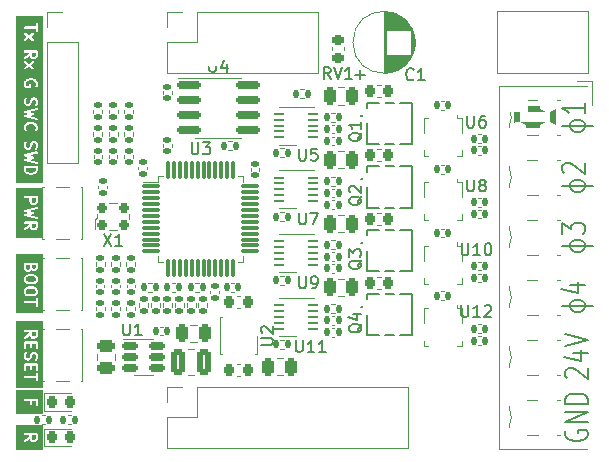
<source format=gbr>
%TF.GenerationSoftware,KiCad,Pcbnew,(7.0.0)*%
%TF.CreationDate,2023-12-15T13:48:25-05:00*%
%TF.ProjectId,ECE4760 Motor Driver,45434534-3736-4302-904d-6f746f722044,0*%
%TF.SameCoordinates,Original*%
%TF.FileFunction,Legend,Top*%
%TF.FilePolarity,Positive*%
%FSLAX46Y46*%
G04 Gerber Fmt 4.6, Leading zero omitted, Abs format (unit mm)*
G04 Created by KiCad (PCBNEW (7.0.0)) date 2023-12-15 13:48:25*
%MOMM*%
%LPD*%
G01*
G04 APERTURE LIST*
G04 Aperture macros list*
%AMRoundRect*
0 Rectangle with rounded corners*
0 $1 Rounding radius*
0 $2 $3 $4 $5 $6 $7 $8 $9 X,Y pos of 4 corners*
0 Add a 4 corners polygon primitive as box body*
4,1,4,$2,$3,$4,$5,$6,$7,$8,$9,$2,$3,0*
0 Add four circle primitives for the rounded corners*
1,1,$1+$1,$2,$3*
1,1,$1+$1,$4,$5*
1,1,$1+$1,$6,$7*
1,1,$1+$1,$8,$9*
0 Add four rect primitives between the rounded corners*
20,1,$1+$1,$2,$3,$4,$5,0*
20,1,$1+$1,$4,$5,$6,$7,0*
20,1,$1+$1,$6,$7,$8,$9,0*
20,1,$1+$1,$8,$9,$2,$3,0*%
%AMRotRect*
0 Rectangle, with rotation*
0 The origin of the aperture is its center*
0 $1 length*
0 $2 width*
0 $3 Rotation angle, in degrees counterclockwise*
0 Add horizontal line*
21,1,$1,$2,0,0,$3*%
G04 Aperture macros list end*
%ADD10C,0.200000*%
%ADD11C,0.187500*%
%ADD12C,0.150000*%
%ADD13C,0.120000*%
%ADD14C,0.127000*%
%ADD15R,0.350000X0.650000*%
%ADD16R,2.400000X1.550000*%
%ADD17R,0.650000X1.090000*%
%ADD18R,0.650000X0.440000*%
%ADD19R,1.900000X2.800000*%
%ADD20R,0.300000X0.350000*%
%ADD21RoundRect,0.135000X0.185000X-0.135000X0.185000X0.135000X-0.185000X0.135000X-0.185000X-0.135000X0*%
%ADD22RoundRect,0.140000X0.140000X0.170000X-0.140000X0.170000X-0.140000X-0.170000X0.140000X-0.170000X0*%
%ADD23C,0.800000*%
%ADD24C,5.400000*%
%ADD25RoundRect,0.140000X-0.170000X0.140000X-0.170000X-0.140000X0.170000X-0.140000X0.170000X0.140000X0*%
%ADD26R,0.800000X1.070000*%
%ADD27RotRect,0.282800X0.282800X315.000000*%
%ADD28R,0.600000X0.200000*%
%ADD29R,0.850000X0.300000*%
%ADD30R,0.300000X0.800000*%
%ADD31R,0.300000X0.850000*%
%ADD32R,0.650000X1.050000*%
%ADD33RoundRect,0.140000X-0.140000X-0.170000X0.140000X-0.170000X0.140000X0.170000X-0.140000X0.170000X0*%
%ADD34RoundRect,0.135000X-0.185000X0.135000X-0.185000X-0.135000X0.185000X-0.135000X0.185000X0.135000X0*%
%ADD35RoundRect,0.135000X0.135000X0.185000X-0.135000X0.185000X-0.135000X-0.185000X0.135000X-0.185000X0*%
%ADD36RoundRect,0.218750X-0.218750X-0.256250X0.218750X-0.256250X0.218750X0.256250X-0.218750X0.256250X0*%
%ADD37RoundRect,0.225000X-0.225000X-0.250000X0.225000X-0.250000X0.225000X0.250000X-0.225000X0.250000X0*%
%ADD38RoundRect,0.225000X0.225000X0.250000X-0.225000X0.250000X-0.225000X-0.250000X0.225000X-0.250000X0*%
%ADD39RoundRect,0.135000X-0.135000X-0.185000X0.135000X-0.185000X0.135000X0.185000X-0.135000X0.185000X0*%
%ADD40RoundRect,0.140000X0.170000X-0.140000X0.170000X0.140000X-0.170000X0.140000X-0.170000X-0.140000X0*%
%ADD41RoundRect,0.250000X-0.375000X-0.850000X0.375000X-0.850000X0.375000X0.850000X-0.375000X0.850000X0*%
%ADD42RoundRect,0.225000X0.250000X-0.225000X0.250000X0.225000X-0.250000X0.225000X-0.250000X-0.225000X0*%
%ADD43R,1.700000X1.700000*%
%ADD44O,1.700000X1.700000*%
%ADD45RoundRect,0.062500X0.362500X0.062500X-0.362500X0.062500X-0.362500X-0.062500X0.362500X-0.062500X0*%
%ADD46R,1.650000X2.380000*%
%ADD47RoundRect,0.250000X0.250000X0.475000X-0.250000X0.475000X-0.250000X-0.475000X0.250000X-0.475000X0*%
%ADD48RoundRect,0.250000X-1.550000X0.650000X-1.550000X-0.650000X1.550000X-0.650000X1.550000X0.650000X0*%
%ADD49O,3.600000X1.800000*%
%ADD50RoundRect,0.250000X-0.250000X-0.475000X0.250000X-0.475000X0.250000X0.475000X-0.250000X0.475000X0*%
%ADD51R,1.524000X1.524000*%
%ADD52C,1.524000*%
%ADD53RoundRect,0.150000X-0.825000X-0.150000X0.825000X-0.150000X0.825000X0.150000X-0.825000X0.150000X0*%
%ADD54RoundRect,0.200000X0.250000X-0.200000X0.250000X0.200000X-0.250000X0.200000X-0.250000X-0.200000X0*%
%ADD55R,1.600000X1.600000*%
%ADD56C,1.600000*%
%ADD57RoundRect,0.075000X-0.662500X-0.075000X0.662500X-0.075000X0.662500X0.075000X-0.662500X0.075000X0*%
%ADD58RoundRect,0.075000X-0.075000X-0.662500X0.075000X-0.662500X0.075000X0.662500X-0.075000X0.662500X0*%
%ADD59RoundRect,0.250000X0.475000X-0.250000X0.475000X0.250000X-0.475000X0.250000X-0.475000X-0.250000X0*%
%ADD60RoundRect,0.150000X-0.512500X-0.150000X0.512500X-0.150000X0.512500X0.150000X-0.512500X0.150000X0*%
G04 APERTURE END LIST*
D10*
X116590761Y-49609285D02*
X119257428Y-49609285D01*
X117257428Y-49752142D02*
X117257428Y-49466428D01*
X117257428Y-49466428D02*
X117352666Y-49323571D01*
X117352666Y-49323571D02*
X117543142Y-49180714D01*
X117543142Y-49180714D02*
X117733619Y-49109285D01*
X117733619Y-49109285D02*
X118114571Y-49109285D01*
X118114571Y-49109285D02*
X118305047Y-49180714D01*
X118305047Y-49180714D02*
X118495523Y-49323571D01*
X118495523Y-49323571D02*
X118590761Y-49466428D01*
X118590761Y-49466428D02*
X118590761Y-49752142D01*
X118590761Y-49752142D02*
X118495523Y-49895000D01*
X118495523Y-49895000D02*
X118305047Y-50037857D01*
X118305047Y-50037857D02*
X118114571Y-50109285D01*
X118114571Y-50109285D02*
X117733619Y-50109285D01*
X117733619Y-50109285D02*
X117543142Y-50037857D01*
X117543142Y-50037857D02*
X117352666Y-49895000D01*
X117352666Y-49895000D02*
X117257428Y-49752142D01*
X118590761Y-47680713D02*
X118590761Y-48537856D01*
X118590761Y-48109285D02*
X116590761Y-48109285D01*
X116590761Y-48109285D02*
X116876476Y-48252142D01*
X116876476Y-48252142D02*
X117066952Y-48394999D01*
X117066952Y-48394999D02*
X117162190Y-48537856D01*
X117035238Y-71000713D02*
X116940000Y-70929285D01*
X116940000Y-70929285D02*
X116844761Y-70786428D01*
X116844761Y-70786428D02*
X116844761Y-70429285D01*
X116844761Y-70429285D02*
X116940000Y-70286428D01*
X116940000Y-70286428D02*
X117035238Y-70214999D01*
X117035238Y-70214999D02*
X117225714Y-70143570D01*
X117225714Y-70143570D02*
X117416190Y-70143570D01*
X117416190Y-70143570D02*
X117701904Y-70214999D01*
X117701904Y-70214999D02*
X118844761Y-71072142D01*
X118844761Y-71072142D02*
X118844761Y-70143570D01*
X117511428Y-68857857D02*
X118844761Y-68857857D01*
X116749523Y-69214999D02*
X118178095Y-69572142D01*
X118178095Y-69572142D02*
X118178095Y-68643571D01*
X116844761Y-68286428D02*
X118844761Y-67786428D01*
X118844761Y-67786428D02*
X116844761Y-67286428D01*
D11*
G36*
X72658482Y-73987054D02*
G01*
X70341518Y-73987054D01*
X70341518Y-72823429D01*
X71035906Y-72823429D01*
X71058776Y-72873509D01*
X71105091Y-72903274D01*
X71562678Y-72903274D01*
X71562678Y-73156337D01*
X71574231Y-73195682D01*
X71615839Y-73231735D01*
X71670333Y-73239570D01*
X71720413Y-73216700D01*
X71750178Y-73170385D01*
X71750178Y-72903274D01*
X72038869Y-72903274D01*
X72038869Y-73299194D01*
X72050422Y-73338539D01*
X72092030Y-73374592D01*
X72146524Y-73382427D01*
X72196604Y-73359557D01*
X72226369Y-73313242D01*
X72226369Y-72816227D01*
X72229332Y-72795619D01*
X72220682Y-72776679D01*
X72214816Y-72756699D01*
X72209425Y-72752028D01*
X72206462Y-72745539D01*
X72188942Y-72734279D01*
X72173208Y-72720646D01*
X72166148Y-72719631D01*
X72160147Y-72715774D01*
X72139322Y-72715774D01*
X72118714Y-72712811D01*
X72112226Y-72715774D01*
X71663131Y-72715774D01*
X71642523Y-72712811D01*
X71636035Y-72715774D01*
X71119139Y-72715774D01*
X71079794Y-72727327D01*
X71043741Y-72768935D01*
X71035906Y-72823429D01*
X70341518Y-72823429D01*
X70341518Y-72012947D01*
X72658482Y-72012947D01*
X72658482Y-73987054D01*
G37*
G36*
X72038869Y-58168344D02*
G01*
X72007951Y-58230180D01*
X71981847Y-58256283D01*
X71920011Y-58287202D01*
X71821417Y-58287202D01*
X71759579Y-58256283D01*
X71733477Y-58230181D01*
X71702559Y-58168345D01*
X71702559Y-58052464D01*
X71704897Y-58029903D01*
X71702559Y-58025277D01*
X71702559Y-57903274D01*
X72038869Y-57903274D01*
X72038869Y-58168344D01*
G37*
G36*
X72038869Y-56025487D02*
G01*
X72007951Y-56087323D01*
X71981847Y-56113426D01*
X71920011Y-56144345D01*
X71821417Y-56144345D01*
X71759579Y-56113426D01*
X71733477Y-56087324D01*
X71702559Y-56025488D01*
X71702559Y-55760417D01*
X72038869Y-55760417D01*
X72038869Y-56025487D01*
G37*
G36*
X72658482Y-59129911D02*
G01*
X70341518Y-59129911D01*
X70341518Y-57823429D01*
X71035906Y-57823429D01*
X71058776Y-57873509D01*
X71105091Y-57903274D01*
X71515059Y-57903274D01*
X71515059Y-57998808D01*
X71067814Y-58311879D01*
X71042206Y-58343907D01*
X71036531Y-58398668D01*
X71061363Y-58447805D01*
X71108817Y-58475717D01*
X71163829Y-58473541D01*
X71520642Y-58223772D01*
X71521213Y-58224914D01*
X71526612Y-58243301D01*
X71533306Y-58249102D01*
X71567319Y-58317126D01*
X71570672Y-58332540D01*
X71588938Y-58350807D01*
X71606533Y-58369721D01*
X71608305Y-58370174D01*
X71629444Y-58391312D01*
X71637499Y-58404875D01*
X71660605Y-58416428D01*
X71683278Y-58428808D01*
X71685103Y-58428677D01*
X71752845Y-58462548D01*
X71771757Y-58474702D01*
X71790917Y-58474702D01*
X71809773Y-58478095D01*
X71817954Y-58474702D01*
X71937094Y-58474702D01*
X71959446Y-58477115D01*
X71976580Y-58468547D01*
X71994967Y-58463149D01*
X72000768Y-58456454D01*
X72068791Y-58422442D01*
X72084205Y-58419090D01*
X72102473Y-58400822D01*
X72121387Y-58383228D01*
X72121840Y-58381455D01*
X72142977Y-58360318D01*
X72156542Y-58352262D01*
X72168100Y-58329145D01*
X72180475Y-58306484D01*
X72180344Y-58304657D01*
X72214215Y-58236915D01*
X72226369Y-58218004D01*
X72226369Y-58198844D01*
X72229762Y-58179988D01*
X72226369Y-58171807D01*
X72226369Y-57816227D01*
X72229332Y-57795619D01*
X72220682Y-57776679D01*
X72214816Y-57756699D01*
X72209425Y-57752028D01*
X72206462Y-57745539D01*
X72188942Y-57734279D01*
X72173208Y-57720646D01*
X72166148Y-57719631D01*
X72160147Y-57715774D01*
X72139322Y-57715774D01*
X72118714Y-57712811D01*
X72112226Y-57715774D01*
X71615512Y-57715774D01*
X71594904Y-57712811D01*
X71588416Y-57715774D01*
X71119139Y-57715774D01*
X71079794Y-57727327D01*
X71043741Y-57768935D01*
X71035906Y-57823429D01*
X70341518Y-57823429D01*
X70341518Y-57181602D01*
X71035315Y-57181602D01*
X71039942Y-57205075D01*
X71042754Y-57228831D01*
X71045215Y-57231819D01*
X71045964Y-57235617D01*
X71062545Y-57252859D01*
X71077756Y-57271327D01*
X71081442Y-57272510D01*
X71084125Y-57275300D01*
X71107393Y-57280840D01*
X71130176Y-57288153D01*
X71133917Y-57287155D01*
X72124018Y-57522895D01*
X72164969Y-57520769D01*
X72209679Y-57488643D01*
X72229923Y-57437446D01*
X72219274Y-57383431D01*
X72181113Y-57343747D01*
X71515762Y-57185330D01*
X71860336Y-57093443D01*
X71876767Y-57093033D01*
X71897604Y-57078892D01*
X71919125Y-57065811D01*
X71920232Y-57063537D01*
X71922323Y-57062119D01*
X71932206Y-57038963D01*
X71943240Y-57016318D01*
X71942942Y-57013808D01*
X71943935Y-57011484D01*
X71939728Y-56986646D01*
X71936769Y-56961645D01*
X71935163Y-56959695D01*
X71934741Y-56957202D01*
X71917767Y-56938574D01*
X71901767Y-56919149D01*
X71899362Y-56918377D01*
X71897659Y-56916508D01*
X71873323Y-56910018D01*
X71849347Y-56902322D01*
X71846904Y-56902973D01*
X71515764Y-56814669D01*
X72167447Y-56659507D01*
X72203046Y-56639155D01*
X72228481Y-56590328D01*
X72223481Y-56535501D01*
X72189634Y-56492080D01*
X72137684Y-56473852D01*
X71120461Y-56716048D01*
X71102757Y-56716491D01*
X71082959Y-56729925D01*
X71062192Y-56741798D01*
X71060403Y-56745231D01*
X71057200Y-56747405D01*
X71047807Y-56769410D01*
X71036757Y-56790625D01*
X71037108Y-56794479D01*
X71035589Y-56798040D01*
X71039584Y-56821629D01*
X71041757Y-56845452D01*
X71044136Y-56848504D01*
X71044783Y-56852322D01*
X71060895Y-56870003D01*
X71075604Y-56888873D01*
X71079258Y-56890155D01*
X71081865Y-56893016D01*
X71104976Y-56899178D01*
X71127554Y-56907101D01*
X71131320Y-56906204D01*
X71483055Y-57000000D01*
X71117953Y-57097360D01*
X71100269Y-57098279D01*
X71080844Y-57112236D01*
X71060399Y-57124665D01*
X71058702Y-57128145D01*
X71055559Y-57130405D01*
X71046760Y-57152656D01*
X71036284Y-57174158D01*
X71036738Y-57178001D01*
X71035315Y-57181602D01*
X70341518Y-57181602D01*
X70341518Y-55680572D01*
X71035906Y-55680572D01*
X71058776Y-55730652D01*
X71105091Y-55760417D01*
X71515059Y-55760417D01*
X71515059Y-56042571D01*
X71512646Y-56064923D01*
X71521213Y-56082057D01*
X71526612Y-56100444D01*
X71533306Y-56106245D01*
X71567319Y-56174269D01*
X71570672Y-56189683D01*
X71588938Y-56207950D01*
X71606533Y-56226864D01*
X71608305Y-56227317D01*
X71629444Y-56248455D01*
X71637499Y-56262018D01*
X71660605Y-56273571D01*
X71683278Y-56285951D01*
X71685103Y-56285820D01*
X71752845Y-56319691D01*
X71771757Y-56331845D01*
X71790917Y-56331845D01*
X71809773Y-56335238D01*
X71817954Y-56331845D01*
X71937094Y-56331845D01*
X71959446Y-56334258D01*
X71976580Y-56325690D01*
X71994967Y-56320292D01*
X72000768Y-56313597D01*
X72068791Y-56279585D01*
X72084205Y-56276233D01*
X72102473Y-56257965D01*
X72121387Y-56240371D01*
X72121840Y-56238598D01*
X72142977Y-56217461D01*
X72156542Y-56209405D01*
X72168100Y-56186288D01*
X72180475Y-56163627D01*
X72180344Y-56161800D01*
X72214215Y-56094058D01*
X72226369Y-56075147D01*
X72226369Y-56055987D01*
X72229762Y-56037131D01*
X72226369Y-56028950D01*
X72226369Y-55673370D01*
X72229332Y-55652762D01*
X72220682Y-55633822D01*
X72214816Y-55613842D01*
X72209425Y-55609171D01*
X72206462Y-55602682D01*
X72188942Y-55591422D01*
X72173208Y-55577789D01*
X72166148Y-55576774D01*
X72160147Y-55572917D01*
X72139322Y-55572917D01*
X72118714Y-55569954D01*
X72112226Y-55572917D01*
X71615512Y-55572917D01*
X71594904Y-55569954D01*
X71588416Y-55572917D01*
X71119139Y-55572917D01*
X71079794Y-55584470D01*
X71043741Y-55626078D01*
X71035906Y-55680572D01*
X70341518Y-55680572D01*
X70341518Y-54870090D01*
X72658482Y-54870090D01*
X72658482Y-59129911D01*
G37*
D10*
X116590761Y-64849285D02*
X119257428Y-64849285D01*
X117257428Y-64992142D02*
X117257428Y-64706428D01*
X117257428Y-64706428D02*
X117352666Y-64563571D01*
X117352666Y-64563571D02*
X117543142Y-64420714D01*
X117543142Y-64420714D02*
X117733619Y-64349285D01*
X117733619Y-64349285D02*
X118114571Y-64349285D01*
X118114571Y-64349285D02*
X118305047Y-64420714D01*
X118305047Y-64420714D02*
X118495523Y-64563571D01*
X118495523Y-64563571D02*
X118590761Y-64706428D01*
X118590761Y-64706428D02*
X118590761Y-64992142D01*
X118590761Y-64992142D02*
X118495523Y-65135000D01*
X118495523Y-65135000D02*
X118305047Y-65277857D01*
X118305047Y-65277857D02*
X118114571Y-65349285D01*
X118114571Y-65349285D02*
X117733619Y-65349285D01*
X117733619Y-65349285D02*
X117543142Y-65277857D01*
X117543142Y-65277857D02*
X117352666Y-65135000D01*
X117352666Y-65135000D02*
X117257428Y-64992142D01*
X117257428Y-63063571D02*
X118590761Y-63063571D01*
X116495523Y-63420713D02*
X117924095Y-63777856D01*
X117924095Y-63777856D02*
X117924095Y-62849285D01*
X116590761Y-59769285D02*
X119257428Y-59769285D01*
X117257428Y-59912142D02*
X117257428Y-59626428D01*
X117257428Y-59626428D02*
X117352666Y-59483571D01*
X117352666Y-59483571D02*
X117543142Y-59340714D01*
X117543142Y-59340714D02*
X117733619Y-59269285D01*
X117733619Y-59269285D02*
X118114571Y-59269285D01*
X118114571Y-59269285D02*
X118305047Y-59340714D01*
X118305047Y-59340714D02*
X118495523Y-59483571D01*
X118495523Y-59483571D02*
X118590761Y-59626428D01*
X118590761Y-59626428D02*
X118590761Y-59912142D01*
X118590761Y-59912142D02*
X118495523Y-60055000D01*
X118495523Y-60055000D02*
X118305047Y-60197857D01*
X118305047Y-60197857D02*
X118114571Y-60269285D01*
X118114571Y-60269285D02*
X117733619Y-60269285D01*
X117733619Y-60269285D02*
X117543142Y-60197857D01*
X117543142Y-60197857D02*
X117352666Y-60055000D01*
X117352666Y-60055000D02*
X117257428Y-59912142D01*
X116590761Y-58769285D02*
X116590761Y-57840713D01*
X116590761Y-57840713D02*
X117352666Y-58340713D01*
X117352666Y-58340713D02*
X117352666Y-58126428D01*
X117352666Y-58126428D02*
X117447904Y-57983571D01*
X117447904Y-57983571D02*
X117543142Y-57912142D01*
X117543142Y-57912142D02*
X117733619Y-57840713D01*
X117733619Y-57840713D02*
X118209809Y-57840713D01*
X118209809Y-57840713D02*
X118400285Y-57912142D01*
X118400285Y-57912142D02*
X118495523Y-57983571D01*
X118495523Y-57983571D02*
X118590761Y-58126428D01*
X118590761Y-58126428D02*
X118590761Y-58554999D01*
X118590761Y-58554999D02*
X118495523Y-58697856D01*
X118495523Y-58697856D02*
X118400285Y-58769285D01*
D11*
G36*
X72038869Y-67335010D02*
G01*
X72007951Y-67396846D01*
X71981847Y-67422949D01*
X71920011Y-67453868D01*
X71821417Y-67453868D01*
X71759579Y-67422949D01*
X71733477Y-67396847D01*
X71702559Y-67335011D01*
X71702559Y-67219130D01*
X71704897Y-67196569D01*
X71702559Y-67191943D01*
X71702559Y-67069940D01*
X72038869Y-67069940D01*
X72038869Y-67335010D01*
G37*
G36*
X72658482Y-71820387D02*
G01*
X70341518Y-71820387D01*
X70341518Y-70894857D01*
X71035906Y-70894857D01*
X71058776Y-70944937D01*
X71105091Y-70974702D01*
X72038869Y-70974702D01*
X72038869Y-71180146D01*
X72050422Y-71219491D01*
X72092030Y-71255544D01*
X72146524Y-71263379D01*
X72196604Y-71240509D01*
X72226369Y-71194194D01*
X72226369Y-70887655D01*
X72229332Y-70867047D01*
X72226369Y-70860559D01*
X72226369Y-70581758D01*
X72214816Y-70542413D01*
X72173208Y-70506360D01*
X72118714Y-70498525D01*
X72068634Y-70521395D01*
X72038869Y-70567710D01*
X72038869Y-70787202D01*
X71119139Y-70787202D01*
X71079794Y-70798755D01*
X71043741Y-70840363D01*
X71035906Y-70894857D01*
X70341518Y-70894857D01*
X70341518Y-69847238D01*
X71035906Y-69847238D01*
X71038869Y-69853726D01*
X71038869Y-70323003D01*
X71050422Y-70362348D01*
X71092030Y-70398401D01*
X71146524Y-70406236D01*
X71196604Y-70383366D01*
X71226369Y-70337051D01*
X71226369Y-69927083D01*
X71562678Y-69927083D01*
X71562678Y-70180146D01*
X71574231Y-70219491D01*
X71615839Y-70255544D01*
X71670333Y-70263379D01*
X71720413Y-70240509D01*
X71750178Y-70194194D01*
X71750178Y-69927083D01*
X72038869Y-69927083D01*
X72038869Y-70323003D01*
X72050422Y-70362348D01*
X72092030Y-70398401D01*
X72146524Y-70406236D01*
X72196604Y-70383366D01*
X72226369Y-70337051D01*
X72226369Y-69840036D01*
X72229332Y-69819428D01*
X72220682Y-69800488D01*
X72214816Y-69780508D01*
X72209425Y-69775837D01*
X72206462Y-69769348D01*
X72188942Y-69758088D01*
X72173208Y-69744455D01*
X72166148Y-69743440D01*
X72160147Y-69739583D01*
X72139322Y-69739583D01*
X72118714Y-69736620D01*
X72112226Y-69739583D01*
X71663131Y-69739583D01*
X71642523Y-69736620D01*
X71636035Y-69739583D01*
X71139322Y-69739583D01*
X71118714Y-69736620D01*
X71099774Y-69745269D01*
X71079794Y-69751136D01*
X71075123Y-69756526D01*
X71068634Y-69759490D01*
X71057374Y-69777009D01*
X71043741Y-69792744D01*
X71042726Y-69799803D01*
X71038869Y-69805805D01*
X71038869Y-69826630D01*
X71035906Y-69847238D01*
X70341518Y-69847238D01*
X70341518Y-69231589D01*
X71036456Y-69231589D01*
X71045023Y-69248723D01*
X71050422Y-69267110D01*
X71057116Y-69272911D01*
X71091129Y-69340935D01*
X71094482Y-69356349D01*
X71112748Y-69374616D01*
X71130343Y-69393530D01*
X71132115Y-69393983D01*
X71153254Y-69415121D01*
X71161309Y-69428684D01*
X71184415Y-69440237D01*
X71207088Y-69452617D01*
X71208913Y-69452486D01*
X71276655Y-69486357D01*
X71295567Y-69498511D01*
X71314727Y-69498511D01*
X71333583Y-69501904D01*
X71341764Y-69498511D01*
X71413285Y-69498511D01*
X71435637Y-69500924D01*
X71452771Y-69492356D01*
X71471158Y-69486958D01*
X71476959Y-69480263D01*
X71544983Y-69446250D01*
X71560397Y-69442898D01*
X71578664Y-69424631D01*
X71597578Y-69407037D01*
X71598031Y-69405264D01*
X71619169Y-69384125D01*
X71632732Y-69376071D01*
X71644285Y-69352964D01*
X71656665Y-69330292D01*
X71656534Y-69328466D01*
X71685194Y-69271146D01*
X71693083Y-69263729D01*
X71697263Y-69247009D01*
X71698690Y-69244155D01*
X71700522Y-69233970D01*
X71744882Y-69056533D01*
X71781096Y-68984103D01*
X71807201Y-68957999D01*
X71869035Y-68927083D01*
X71920010Y-68927083D01*
X71981846Y-68958001D01*
X72007952Y-68984107D01*
X72038869Y-69045940D01*
X72038869Y-69246691D01*
X71991798Y-69387903D01*
X71990316Y-69428882D01*
X72018388Y-69476243D01*
X72067608Y-69500908D01*
X72122350Y-69495048D01*
X72165234Y-69460523D01*
X72217841Y-69302700D01*
X72226369Y-69289432D01*
X72226369Y-69263600D01*
X72227302Y-69237783D01*
X72226369Y-69236209D01*
X72226369Y-69028853D01*
X72228782Y-69006504D01*
X72220214Y-68989368D01*
X72214816Y-68970984D01*
X72208121Y-68965183D01*
X72174109Y-68897158D01*
X72170756Y-68881744D01*
X72152487Y-68863475D01*
X72134895Y-68844563D01*
X72133120Y-68844109D01*
X72111982Y-68822970D01*
X72103928Y-68809410D01*
X72080824Y-68797858D01*
X72058148Y-68785477D01*
X72056322Y-68785607D01*
X71988584Y-68751738D01*
X71969670Y-68739583D01*
X71950509Y-68739583D01*
X71931653Y-68736190D01*
X71923472Y-68739583D01*
X71851948Y-68739583D01*
X71829599Y-68737170D01*
X71812463Y-68745737D01*
X71794079Y-68751136D01*
X71788278Y-68757830D01*
X71720253Y-68791842D01*
X71704840Y-68795196D01*
X71686581Y-68813454D01*
X71667658Y-68831057D01*
X71667204Y-68832831D01*
X71646068Y-68853967D01*
X71632505Y-68862023D01*
X71620948Y-68885135D01*
X71608572Y-68907802D01*
X71608702Y-68909628D01*
X71580043Y-68966946D01*
X71572154Y-68974365D01*
X71567973Y-68991086D01*
X71566547Y-68993940D01*
X71564715Y-69004120D01*
X71520354Y-69181561D01*
X71484140Y-69253990D01*
X71458038Y-69280093D01*
X71396202Y-69311011D01*
X71345227Y-69311011D01*
X71283389Y-69280092D01*
X71257287Y-69253990D01*
X71226369Y-69192154D01*
X71226369Y-68991404D01*
X71273440Y-68850192D01*
X71274921Y-68809212D01*
X71246850Y-68761852D01*
X71197630Y-68737186D01*
X71142888Y-68743046D01*
X71100004Y-68777572D01*
X71047396Y-68935392D01*
X71038869Y-68948662D01*
X71038869Y-68974485D01*
X71037935Y-69000311D01*
X71038869Y-69001887D01*
X71038869Y-69209237D01*
X71036456Y-69231589D01*
X70341518Y-69231589D01*
X70341518Y-67990095D01*
X71035906Y-67990095D01*
X71038869Y-67996583D01*
X71038869Y-68465860D01*
X71050422Y-68505205D01*
X71092030Y-68541258D01*
X71146524Y-68549093D01*
X71196604Y-68526223D01*
X71226369Y-68479908D01*
X71226369Y-68069940D01*
X71562678Y-68069940D01*
X71562678Y-68323003D01*
X71574231Y-68362348D01*
X71615839Y-68398401D01*
X71670333Y-68406236D01*
X71720413Y-68383366D01*
X71750178Y-68337051D01*
X71750178Y-68069940D01*
X72038869Y-68069940D01*
X72038869Y-68465860D01*
X72050422Y-68505205D01*
X72092030Y-68541258D01*
X72146524Y-68549093D01*
X72196604Y-68526223D01*
X72226369Y-68479908D01*
X72226369Y-67982893D01*
X72229332Y-67962285D01*
X72220682Y-67943345D01*
X72214816Y-67923365D01*
X72209425Y-67918694D01*
X72206462Y-67912205D01*
X72188942Y-67900945D01*
X72173208Y-67887312D01*
X72166148Y-67886297D01*
X72160147Y-67882440D01*
X72139322Y-67882440D01*
X72118714Y-67879477D01*
X72112226Y-67882440D01*
X71663131Y-67882440D01*
X71642523Y-67879477D01*
X71636035Y-67882440D01*
X71139322Y-67882440D01*
X71118714Y-67879477D01*
X71099774Y-67888126D01*
X71079794Y-67893993D01*
X71075123Y-67899383D01*
X71068634Y-67902347D01*
X71057374Y-67919866D01*
X71043741Y-67935601D01*
X71042726Y-67942660D01*
X71038869Y-67948662D01*
X71038869Y-67969487D01*
X71035906Y-67990095D01*
X70341518Y-67990095D01*
X70341518Y-66990095D01*
X71035906Y-66990095D01*
X71058776Y-67040175D01*
X71105091Y-67069940D01*
X71515059Y-67069940D01*
X71515059Y-67165474D01*
X71067814Y-67478545D01*
X71042206Y-67510573D01*
X71036531Y-67565334D01*
X71061363Y-67614471D01*
X71108817Y-67642383D01*
X71163829Y-67640207D01*
X71520642Y-67390438D01*
X71521213Y-67391580D01*
X71526612Y-67409967D01*
X71533306Y-67415768D01*
X71567319Y-67483792D01*
X71570672Y-67499206D01*
X71588938Y-67517473D01*
X71606533Y-67536387D01*
X71608305Y-67536840D01*
X71629444Y-67557978D01*
X71637499Y-67571541D01*
X71660605Y-67583094D01*
X71683278Y-67595474D01*
X71685103Y-67595343D01*
X71752845Y-67629214D01*
X71771757Y-67641368D01*
X71790917Y-67641368D01*
X71809773Y-67644761D01*
X71817954Y-67641368D01*
X71937094Y-67641368D01*
X71959446Y-67643781D01*
X71976580Y-67635213D01*
X71994967Y-67629815D01*
X72000768Y-67623120D01*
X72068791Y-67589108D01*
X72084205Y-67585756D01*
X72102473Y-67567488D01*
X72121387Y-67549894D01*
X72121840Y-67548121D01*
X72142977Y-67526984D01*
X72156542Y-67518928D01*
X72168100Y-67495811D01*
X72180475Y-67473150D01*
X72180344Y-67471323D01*
X72214215Y-67403581D01*
X72226369Y-67384670D01*
X72226369Y-67365510D01*
X72229762Y-67346654D01*
X72226369Y-67338473D01*
X72226369Y-66982893D01*
X72229332Y-66962285D01*
X72220682Y-66943345D01*
X72214816Y-66923365D01*
X72209425Y-66918694D01*
X72206462Y-66912205D01*
X72188942Y-66900945D01*
X72173208Y-66887312D01*
X72166148Y-66886297D01*
X72160147Y-66882440D01*
X72139322Y-66882440D01*
X72118714Y-66879477D01*
X72112226Y-66882440D01*
X71615512Y-66882440D01*
X71594904Y-66879477D01*
X71588416Y-66882440D01*
X71119139Y-66882440D01*
X71079794Y-66893993D01*
X71043741Y-66935601D01*
X71035906Y-66990095D01*
X70341518Y-66990095D01*
X70341518Y-66179613D01*
X72658482Y-66179613D01*
X72658482Y-71820387D01*
G37*
D10*
X116940000Y-75437856D02*
X116844761Y-75580714D01*
X116844761Y-75580714D02*
X116844761Y-75794999D01*
X116844761Y-75794999D02*
X116940000Y-76009285D01*
X116940000Y-76009285D02*
X117130476Y-76152142D01*
X117130476Y-76152142D02*
X117320952Y-76223571D01*
X117320952Y-76223571D02*
X117701904Y-76294999D01*
X117701904Y-76294999D02*
X117987619Y-76294999D01*
X117987619Y-76294999D02*
X118368571Y-76223571D01*
X118368571Y-76223571D02*
X118559047Y-76152142D01*
X118559047Y-76152142D02*
X118749523Y-76009285D01*
X118749523Y-76009285D02*
X118844761Y-75794999D01*
X118844761Y-75794999D02*
X118844761Y-75652142D01*
X118844761Y-75652142D02*
X118749523Y-75437856D01*
X118749523Y-75437856D02*
X118654285Y-75366428D01*
X118654285Y-75366428D02*
X117987619Y-75366428D01*
X117987619Y-75366428D02*
X117987619Y-75652142D01*
X118844761Y-74723571D02*
X116844761Y-74723571D01*
X116844761Y-74723571D02*
X118844761Y-73866428D01*
X118844761Y-73866428D02*
X116844761Y-73866428D01*
X118844761Y-73152142D02*
X116844761Y-73152142D01*
X116844761Y-73152142D02*
X116844761Y-72794999D01*
X116844761Y-72794999D02*
X116940000Y-72580713D01*
X116940000Y-72580713D02*
X117130476Y-72437856D01*
X117130476Y-72437856D02*
X117320952Y-72366427D01*
X117320952Y-72366427D02*
X117701904Y-72294999D01*
X117701904Y-72294999D02*
X117987619Y-72294999D01*
X117987619Y-72294999D02*
X118368571Y-72366427D01*
X118368571Y-72366427D02*
X118559047Y-72437856D01*
X118559047Y-72437856D02*
X118749523Y-72580713D01*
X118749523Y-72580713D02*
X118844761Y-72794999D01*
X118844761Y-72794999D02*
X118844761Y-73152142D01*
D11*
G36*
X72038869Y-76096915D02*
G01*
X72007951Y-76158751D01*
X71981847Y-76184854D01*
X71920011Y-76215773D01*
X71821417Y-76215773D01*
X71759579Y-76184854D01*
X71733477Y-76158752D01*
X71702559Y-76096916D01*
X71702559Y-75981035D01*
X71704897Y-75958474D01*
X71702559Y-75953848D01*
X71702559Y-75831845D01*
X72038869Y-75831845D01*
X72038869Y-76096915D01*
G37*
G36*
X72658482Y-77058482D02*
G01*
X70341518Y-77058482D01*
X70341518Y-75752000D01*
X71035906Y-75752000D01*
X71058776Y-75802080D01*
X71105091Y-75831845D01*
X71515059Y-75831845D01*
X71515059Y-75927379D01*
X71067814Y-76240450D01*
X71042206Y-76272478D01*
X71036531Y-76327239D01*
X71061363Y-76376376D01*
X71108817Y-76404288D01*
X71163829Y-76402112D01*
X71520642Y-76152343D01*
X71521213Y-76153485D01*
X71526612Y-76171872D01*
X71533306Y-76177673D01*
X71567319Y-76245697D01*
X71570672Y-76261111D01*
X71588938Y-76279378D01*
X71606533Y-76298292D01*
X71608305Y-76298745D01*
X71629444Y-76319883D01*
X71637499Y-76333446D01*
X71660605Y-76344999D01*
X71683278Y-76357379D01*
X71685103Y-76357248D01*
X71752845Y-76391119D01*
X71771757Y-76403273D01*
X71790917Y-76403273D01*
X71809773Y-76406666D01*
X71817954Y-76403273D01*
X71937094Y-76403273D01*
X71959446Y-76405686D01*
X71976580Y-76397118D01*
X71994967Y-76391720D01*
X72000768Y-76385025D01*
X72068791Y-76351013D01*
X72084205Y-76347661D01*
X72102473Y-76329393D01*
X72121387Y-76311799D01*
X72121840Y-76310026D01*
X72142977Y-76288889D01*
X72156542Y-76280833D01*
X72168100Y-76257716D01*
X72180475Y-76235055D01*
X72180344Y-76233228D01*
X72214215Y-76165486D01*
X72226369Y-76146575D01*
X72226369Y-76127415D01*
X72229762Y-76108559D01*
X72226369Y-76100378D01*
X72226369Y-75744798D01*
X72229332Y-75724190D01*
X72220682Y-75705250D01*
X72214816Y-75685270D01*
X72209425Y-75680599D01*
X72206462Y-75674110D01*
X72188942Y-75662850D01*
X72173208Y-75649217D01*
X72166148Y-75648202D01*
X72160147Y-75644345D01*
X72139322Y-75644345D01*
X72118714Y-75641382D01*
X72112226Y-75644345D01*
X71615512Y-75644345D01*
X71594904Y-75641382D01*
X71588416Y-75644345D01*
X71119139Y-75644345D01*
X71079794Y-75655898D01*
X71043741Y-75697506D01*
X71035906Y-75752000D01*
X70341518Y-75752000D01*
X70341518Y-74941518D01*
X72658482Y-74941518D01*
X72658482Y-77058482D01*
G37*
D10*
X116590761Y-54689285D02*
X119257428Y-54689285D01*
X117257428Y-54832142D02*
X117257428Y-54546428D01*
X117257428Y-54546428D02*
X117352666Y-54403571D01*
X117352666Y-54403571D02*
X117543142Y-54260714D01*
X117543142Y-54260714D02*
X117733619Y-54189285D01*
X117733619Y-54189285D02*
X118114571Y-54189285D01*
X118114571Y-54189285D02*
X118305047Y-54260714D01*
X118305047Y-54260714D02*
X118495523Y-54403571D01*
X118495523Y-54403571D02*
X118590761Y-54546428D01*
X118590761Y-54546428D02*
X118590761Y-54832142D01*
X118590761Y-54832142D02*
X118495523Y-54975000D01*
X118495523Y-54975000D02*
X118305047Y-55117857D01*
X118305047Y-55117857D02*
X118114571Y-55189285D01*
X118114571Y-55189285D02*
X117733619Y-55189285D01*
X117733619Y-55189285D02*
X117543142Y-55117857D01*
X117543142Y-55117857D02*
X117352666Y-54975000D01*
X117352666Y-54975000D02*
X117257428Y-54832142D01*
X116781238Y-53617856D02*
X116686000Y-53546428D01*
X116686000Y-53546428D02*
X116590761Y-53403571D01*
X116590761Y-53403571D02*
X116590761Y-53046428D01*
X116590761Y-53046428D02*
X116686000Y-52903571D01*
X116686000Y-52903571D02*
X116781238Y-52832142D01*
X116781238Y-52832142D02*
X116971714Y-52760713D01*
X116971714Y-52760713D02*
X117162190Y-52760713D01*
X117162190Y-52760713D02*
X117447904Y-52832142D01*
X117447904Y-52832142D02*
X118590761Y-53689285D01*
X118590761Y-53689285D02*
X118590761Y-52760713D01*
D11*
G36*
X71941831Y-63441795D02*
G01*
X72007952Y-63507916D01*
X72038869Y-63569750D01*
X72038869Y-63715963D01*
X72007951Y-63777799D01*
X71941830Y-63843918D01*
X71787746Y-63882440D01*
X71477492Y-63882440D01*
X71323406Y-63843918D01*
X71257286Y-63777799D01*
X71226369Y-63715964D01*
X71226369Y-63569751D01*
X71257288Y-63507913D01*
X71323405Y-63441795D01*
X71477495Y-63403274D01*
X71787745Y-63403274D01*
X71941831Y-63441795D01*
G37*
G36*
X71941831Y-62394176D02*
G01*
X72007952Y-62460297D01*
X72038869Y-62522131D01*
X72038869Y-62668344D01*
X72007951Y-62730180D01*
X71941830Y-62796299D01*
X71787746Y-62834821D01*
X71477492Y-62834821D01*
X71323406Y-62796299D01*
X71257286Y-62730180D01*
X71226369Y-62668345D01*
X71226369Y-62522132D01*
X71257288Y-62460294D01*
X71323405Y-62394176D01*
X71477495Y-62355655D01*
X71787745Y-62355655D01*
X71941831Y-62394176D01*
G37*
G36*
X71562678Y-61627644D02*
G01*
X71526868Y-61735072D01*
X71505657Y-61756284D01*
X71443821Y-61787202D01*
X71345227Y-61787202D01*
X71283389Y-61756283D01*
X71257287Y-61730181D01*
X71226369Y-61668345D01*
X71226369Y-61403274D01*
X71562678Y-61403274D01*
X71562678Y-61627644D01*
G37*
G36*
X72038869Y-61620725D02*
G01*
X72007951Y-61682561D01*
X71981847Y-61708664D01*
X71920011Y-61739583D01*
X71869036Y-61739583D01*
X71807198Y-61708664D01*
X71781096Y-61682562D01*
X71750981Y-61622332D01*
X71751111Y-61618736D01*
X71750178Y-61617162D01*
X71750178Y-61403274D01*
X72038869Y-61403274D01*
X72038869Y-61620725D01*
G37*
G36*
X72658482Y-65487054D02*
G01*
X70341518Y-65487054D01*
X70341518Y-64561524D01*
X71035906Y-64561524D01*
X71058776Y-64611604D01*
X71105091Y-64641369D01*
X72038869Y-64641369D01*
X72038869Y-64846813D01*
X72050422Y-64886158D01*
X72092030Y-64922211D01*
X72146524Y-64930046D01*
X72196604Y-64907176D01*
X72226369Y-64860861D01*
X72226369Y-64554322D01*
X72229332Y-64533714D01*
X72226369Y-64527226D01*
X72226369Y-64248425D01*
X72214816Y-64209080D01*
X72173208Y-64173027D01*
X72118714Y-64165192D01*
X72068634Y-64188062D01*
X72038869Y-64234377D01*
X72038869Y-64453869D01*
X71119139Y-64453869D01*
X71079794Y-64465422D01*
X71043741Y-64507030D01*
X71035906Y-64561524D01*
X70341518Y-64561524D01*
X70341518Y-63558108D01*
X71035476Y-63558108D01*
X71038869Y-63566289D01*
X71038869Y-63733047D01*
X71036456Y-63755399D01*
X71045023Y-63772533D01*
X71050422Y-63790920D01*
X71057116Y-63796721D01*
X71091129Y-63864745D01*
X71094482Y-63880159D01*
X71112745Y-63898422D01*
X71130343Y-63917340D01*
X71132116Y-63917793D01*
X71208151Y-63993828D01*
X71226032Y-64012845D01*
X71241086Y-64016608D01*
X71254707Y-64024046D01*
X71267247Y-64023148D01*
X71428244Y-64063398D01*
X71438424Y-64069940D01*
X71454412Y-64069940D01*
X71456292Y-64070410D01*
X71467858Y-64069940D01*
X71783857Y-64069940D01*
X71795317Y-64073817D01*
X71810825Y-64069940D01*
X71812765Y-64069940D01*
X71823878Y-64066676D01*
X72011099Y-64019872D01*
X72036587Y-64014328D01*
X72047561Y-64003353D01*
X72060944Y-63995502D01*
X72066625Y-63984289D01*
X72142980Y-63907935D01*
X72156542Y-63899881D01*
X72168095Y-63876774D01*
X72180475Y-63854102D01*
X72180344Y-63852276D01*
X72214215Y-63784534D01*
X72226369Y-63765623D01*
X72226369Y-63746463D01*
X72229762Y-63727607D01*
X72226369Y-63719426D01*
X72226369Y-63552663D01*
X72228782Y-63530314D01*
X72220214Y-63513178D01*
X72214816Y-63494794D01*
X72208121Y-63488993D01*
X72174110Y-63420970D01*
X72170757Y-63405555D01*
X72152487Y-63387286D01*
X72134895Y-63368373D01*
X72133120Y-63367919D01*
X72057082Y-63291882D01*
X72039205Y-63272869D01*
X72024150Y-63269105D01*
X72010530Y-63261668D01*
X71997989Y-63262565D01*
X71836992Y-63222315D01*
X71826813Y-63215774D01*
X71810825Y-63215774D01*
X71808945Y-63215304D01*
X71797379Y-63215774D01*
X71481380Y-63215774D01*
X71469920Y-63211897D01*
X71454412Y-63215774D01*
X71452472Y-63215774D01*
X71441355Y-63219038D01*
X71254166Y-63265835D01*
X71228650Y-63271386D01*
X71217675Y-63282360D01*
X71204293Y-63290212D01*
X71198610Y-63301425D01*
X71122259Y-63377777D01*
X71108696Y-63385833D01*
X71097139Y-63408945D01*
X71084763Y-63431612D01*
X71084893Y-63433438D01*
X71051024Y-63501176D01*
X71038869Y-63520091D01*
X71038869Y-63539252D01*
X71035476Y-63558108D01*
X70341518Y-63558108D01*
X70341518Y-62510489D01*
X71035476Y-62510489D01*
X71038869Y-62518670D01*
X71038869Y-62685428D01*
X71036456Y-62707780D01*
X71045023Y-62724914D01*
X71050422Y-62743301D01*
X71057116Y-62749102D01*
X71091129Y-62817126D01*
X71094482Y-62832540D01*
X71112745Y-62850803D01*
X71130343Y-62869721D01*
X71132116Y-62870174D01*
X71208151Y-62946209D01*
X71226032Y-62965226D01*
X71241086Y-62968989D01*
X71254707Y-62976427D01*
X71267247Y-62975529D01*
X71428244Y-63015779D01*
X71438424Y-63022321D01*
X71454412Y-63022321D01*
X71456292Y-63022791D01*
X71467858Y-63022321D01*
X71783857Y-63022321D01*
X71795317Y-63026198D01*
X71810825Y-63022321D01*
X71812765Y-63022321D01*
X71823878Y-63019057D01*
X72011099Y-62972253D01*
X72036587Y-62966709D01*
X72047561Y-62955734D01*
X72060944Y-62947883D01*
X72066625Y-62936670D01*
X72142980Y-62860316D01*
X72156542Y-62852262D01*
X72168095Y-62829155D01*
X72180475Y-62806483D01*
X72180344Y-62804657D01*
X72214215Y-62736915D01*
X72226369Y-62718004D01*
X72226369Y-62698844D01*
X72229762Y-62679988D01*
X72226369Y-62671807D01*
X72226369Y-62505044D01*
X72228782Y-62482695D01*
X72220214Y-62465559D01*
X72214816Y-62447175D01*
X72208121Y-62441374D01*
X72174110Y-62373351D01*
X72170757Y-62357936D01*
X72152487Y-62339667D01*
X72134895Y-62320754D01*
X72133120Y-62320300D01*
X72057082Y-62244263D01*
X72039205Y-62225250D01*
X72024150Y-62221486D01*
X72010530Y-62214049D01*
X71997989Y-62214946D01*
X71836992Y-62174696D01*
X71826813Y-62168155D01*
X71810825Y-62168155D01*
X71808945Y-62167685D01*
X71797379Y-62168155D01*
X71481380Y-62168155D01*
X71469920Y-62164278D01*
X71454412Y-62168155D01*
X71452472Y-62168155D01*
X71441355Y-62171419D01*
X71254166Y-62218216D01*
X71228650Y-62223767D01*
X71217675Y-62234741D01*
X71204293Y-62242593D01*
X71198610Y-62253806D01*
X71122259Y-62330158D01*
X71108696Y-62338214D01*
X71097139Y-62361326D01*
X71084763Y-62383993D01*
X71084893Y-62385819D01*
X71051024Y-62453557D01*
X71038869Y-62472472D01*
X71038869Y-62491633D01*
X71035476Y-62510489D01*
X70341518Y-62510489D01*
X70341518Y-61323429D01*
X71035906Y-61323429D01*
X71038869Y-61329917D01*
X71038869Y-61685428D01*
X71036456Y-61707780D01*
X71045023Y-61724914D01*
X71050422Y-61743301D01*
X71057116Y-61749102D01*
X71091129Y-61817126D01*
X71094482Y-61832540D01*
X71112748Y-61850807D01*
X71130343Y-61869721D01*
X71132115Y-61870174D01*
X71153254Y-61891312D01*
X71161309Y-61904875D01*
X71184415Y-61916428D01*
X71207088Y-61928808D01*
X71208913Y-61928677D01*
X71276655Y-61962548D01*
X71295567Y-61974702D01*
X71314727Y-61974702D01*
X71333583Y-61978095D01*
X71341764Y-61974702D01*
X71460904Y-61974702D01*
X71483256Y-61977115D01*
X71500390Y-61968547D01*
X71518777Y-61963149D01*
X71524578Y-61956454D01*
X71592602Y-61922441D01*
X71608016Y-61919089D01*
X71626283Y-61900822D01*
X71645197Y-61883228D01*
X71645650Y-61881455D01*
X71671532Y-61855573D01*
X71680047Y-61848718D01*
X71685118Y-61857256D01*
X71708224Y-61868809D01*
X71730897Y-61881189D01*
X71732722Y-61881058D01*
X71800464Y-61914929D01*
X71819376Y-61927083D01*
X71838536Y-61927083D01*
X71857392Y-61930476D01*
X71865573Y-61927083D01*
X71937094Y-61927083D01*
X71959446Y-61929496D01*
X71976580Y-61920928D01*
X71994967Y-61915530D01*
X72000768Y-61908835D01*
X72068791Y-61874823D01*
X72084205Y-61871471D01*
X72102473Y-61853203D01*
X72121387Y-61835609D01*
X72121840Y-61833836D01*
X72142977Y-61812699D01*
X72156542Y-61804643D01*
X72168100Y-61781526D01*
X72180475Y-61758865D01*
X72180344Y-61757038D01*
X72214215Y-61689296D01*
X72226369Y-61670385D01*
X72226369Y-61651225D01*
X72229762Y-61632369D01*
X72226369Y-61624188D01*
X72226369Y-61316227D01*
X72229332Y-61295619D01*
X72220682Y-61276679D01*
X72214816Y-61256699D01*
X72209425Y-61252028D01*
X72206462Y-61245539D01*
X72188942Y-61234279D01*
X72173208Y-61220646D01*
X72166148Y-61219631D01*
X72160147Y-61215774D01*
X72139322Y-61215774D01*
X72118714Y-61212811D01*
X72112226Y-61215774D01*
X71663131Y-61215774D01*
X71642523Y-61212811D01*
X71636035Y-61215774D01*
X71139322Y-61215774D01*
X71118714Y-61212811D01*
X71099774Y-61221460D01*
X71079794Y-61227327D01*
X71075123Y-61232717D01*
X71068634Y-61235681D01*
X71057374Y-61253200D01*
X71043741Y-61268935D01*
X71042726Y-61275994D01*
X71038869Y-61281996D01*
X71038869Y-61302821D01*
X71035906Y-61323429D01*
X70341518Y-61323429D01*
X70341518Y-60512947D01*
X72658482Y-60512947D01*
X72658482Y-65487054D01*
G37*
G36*
X72038869Y-53346692D02*
G01*
X72003059Y-53454120D01*
X71934226Y-53522951D01*
X71861800Y-53559164D01*
X71692508Y-53601488D01*
X71572730Y-53601488D01*
X71403437Y-53559164D01*
X71331010Y-53522951D01*
X71262178Y-53454120D01*
X71226369Y-53346692D01*
X71226369Y-53217560D01*
X72038869Y-53217560D01*
X72038869Y-53346692D01*
G37*
G36*
X72038869Y-43682630D02*
G01*
X72007951Y-43744466D01*
X71981847Y-43770569D01*
X71920011Y-43801488D01*
X71821417Y-43801488D01*
X71759579Y-43770569D01*
X71733477Y-43744467D01*
X71702559Y-43682631D01*
X71702559Y-43566750D01*
X71704897Y-43544189D01*
X71702559Y-43539563D01*
X71702559Y-43417560D01*
X72038869Y-43417560D01*
X72038869Y-43682630D01*
G37*
G36*
X72658482Y-54444197D02*
G01*
X70341518Y-54444197D01*
X70341518Y-53365436D01*
X71034975Y-53365436D01*
X71043141Y-53389934D01*
X71050422Y-53414730D01*
X71051806Y-53415929D01*
X71089702Y-53529618D01*
X71094482Y-53551588D01*
X71108029Y-53565135D01*
X71118964Y-53580869D01*
X71127148Y-53584254D01*
X71200872Y-53657978D01*
X71208928Y-53671542D01*
X71232042Y-53683099D01*
X71254707Y-53695475D01*
X71256532Y-53695344D01*
X71313852Y-53724004D01*
X71321270Y-53731893D01*
X71337990Y-53736073D01*
X71340844Y-53737500D01*
X71351028Y-53739332D01*
X71523482Y-53782446D01*
X71533662Y-53788988D01*
X71549650Y-53788988D01*
X71551530Y-53789458D01*
X71563096Y-53788988D01*
X71688619Y-53788988D01*
X71700079Y-53792865D01*
X71715587Y-53788988D01*
X71717527Y-53788988D01*
X71728640Y-53785724D01*
X71901062Y-53742619D01*
X71911827Y-53743782D01*
X71927240Y-53736075D01*
X71930338Y-53735301D01*
X71939268Y-53730061D01*
X72021171Y-53689110D01*
X72036587Y-53685757D01*
X72054867Y-53667476D01*
X72073768Y-53649895D01*
X72074221Y-53648123D01*
X72147723Y-53574621D01*
X72165234Y-53560524D01*
X72171293Y-53542347D01*
X72180475Y-53525531D01*
X72179843Y-53516696D01*
X72217841Y-53402701D01*
X72226369Y-53389433D01*
X72226369Y-53363601D01*
X72227302Y-53337784D01*
X72226369Y-53336210D01*
X72226369Y-53130513D01*
X72229332Y-53109905D01*
X72220682Y-53090965D01*
X72214816Y-53070985D01*
X72209425Y-53066314D01*
X72206462Y-53059825D01*
X72188942Y-53048565D01*
X72173208Y-53034932D01*
X72166148Y-53033917D01*
X72160147Y-53030060D01*
X72139322Y-53030060D01*
X72118714Y-53027097D01*
X72112226Y-53030060D01*
X71139322Y-53030060D01*
X71118714Y-53027097D01*
X71099774Y-53035746D01*
X71079794Y-53041613D01*
X71075123Y-53047003D01*
X71068634Y-53049967D01*
X71057374Y-53067486D01*
X71043741Y-53083221D01*
X71042726Y-53090280D01*
X71038869Y-53096282D01*
X71038869Y-53117107D01*
X71035906Y-53137715D01*
X71038869Y-53144203D01*
X71038869Y-53350150D01*
X71034975Y-53365436D01*
X70341518Y-53365436D01*
X70341518Y-52495888D01*
X71035315Y-52495888D01*
X71039942Y-52519361D01*
X71042754Y-52543117D01*
X71045215Y-52546105D01*
X71045964Y-52549903D01*
X71062545Y-52567145D01*
X71077756Y-52585613D01*
X71081442Y-52586796D01*
X71084125Y-52589586D01*
X71107393Y-52595126D01*
X71130176Y-52602439D01*
X71133917Y-52601441D01*
X72124018Y-52837181D01*
X72164969Y-52835055D01*
X72209679Y-52802929D01*
X72229923Y-52751732D01*
X72219274Y-52697717D01*
X72181113Y-52658033D01*
X71515762Y-52499616D01*
X71860336Y-52407729D01*
X71876767Y-52407319D01*
X71897604Y-52393178D01*
X71919125Y-52380097D01*
X71920232Y-52377823D01*
X71922323Y-52376405D01*
X71932206Y-52353249D01*
X71943240Y-52330604D01*
X71942942Y-52328094D01*
X71943935Y-52325770D01*
X71939728Y-52300932D01*
X71936769Y-52275931D01*
X71935163Y-52273981D01*
X71934741Y-52271488D01*
X71917767Y-52252860D01*
X71901767Y-52233435D01*
X71899362Y-52232663D01*
X71897659Y-52230794D01*
X71873323Y-52224304D01*
X71849347Y-52216608D01*
X71846904Y-52217259D01*
X71515764Y-52128955D01*
X72167447Y-51973793D01*
X72203046Y-51953441D01*
X72228481Y-51904614D01*
X72223481Y-51849787D01*
X72189634Y-51806366D01*
X72137684Y-51788138D01*
X71120461Y-52030334D01*
X71102757Y-52030777D01*
X71082959Y-52044211D01*
X71062192Y-52056084D01*
X71060403Y-52059517D01*
X71057200Y-52061691D01*
X71047807Y-52083696D01*
X71036757Y-52104911D01*
X71037108Y-52108765D01*
X71035589Y-52112326D01*
X71039584Y-52135915D01*
X71041757Y-52159738D01*
X71044136Y-52162790D01*
X71044783Y-52166608D01*
X71060895Y-52184289D01*
X71075604Y-52203159D01*
X71079258Y-52204441D01*
X71081865Y-52207302D01*
X71104976Y-52213464D01*
X71127554Y-52221387D01*
X71131320Y-52220490D01*
X71483055Y-52314286D01*
X71117953Y-52411646D01*
X71100269Y-52412565D01*
X71080844Y-52426522D01*
X71060399Y-52438951D01*
X71058702Y-52442431D01*
X71055559Y-52444691D01*
X71046760Y-52466942D01*
X71036284Y-52488444D01*
X71036738Y-52492287D01*
X71035315Y-52495888D01*
X70341518Y-52495888D01*
X70341518Y-51379209D01*
X71036456Y-51379209D01*
X71045023Y-51396343D01*
X71050422Y-51414730D01*
X71057116Y-51420531D01*
X71091129Y-51488555D01*
X71094482Y-51503969D01*
X71112748Y-51522236D01*
X71130343Y-51541150D01*
X71132115Y-51541603D01*
X71153254Y-51562741D01*
X71161309Y-51576304D01*
X71184415Y-51587857D01*
X71207088Y-51600237D01*
X71208913Y-51600106D01*
X71276655Y-51633977D01*
X71295567Y-51646131D01*
X71314727Y-51646131D01*
X71333583Y-51649524D01*
X71341764Y-51646131D01*
X71413285Y-51646131D01*
X71435637Y-51648544D01*
X71452771Y-51639976D01*
X71471158Y-51634578D01*
X71476959Y-51627883D01*
X71544983Y-51593870D01*
X71560397Y-51590518D01*
X71578664Y-51572251D01*
X71597578Y-51554657D01*
X71598031Y-51552884D01*
X71619169Y-51531745D01*
X71632732Y-51523691D01*
X71644285Y-51500584D01*
X71656665Y-51477912D01*
X71656534Y-51476086D01*
X71685194Y-51418766D01*
X71693083Y-51411349D01*
X71697263Y-51394629D01*
X71698690Y-51391775D01*
X71700522Y-51381590D01*
X71744882Y-51204153D01*
X71781096Y-51131723D01*
X71807201Y-51105619D01*
X71869035Y-51074703D01*
X71920010Y-51074703D01*
X71981846Y-51105621D01*
X72007952Y-51131727D01*
X72038869Y-51193560D01*
X72038869Y-51394311D01*
X71991798Y-51535523D01*
X71990316Y-51576502D01*
X72018388Y-51623863D01*
X72067608Y-51648528D01*
X72122350Y-51642668D01*
X72165234Y-51608143D01*
X72217841Y-51450320D01*
X72226369Y-51437052D01*
X72226369Y-51411220D01*
X72227302Y-51385403D01*
X72226369Y-51383829D01*
X72226369Y-51176473D01*
X72228782Y-51154124D01*
X72220214Y-51136988D01*
X72214816Y-51118604D01*
X72208121Y-51112803D01*
X72174109Y-51044778D01*
X72170756Y-51029364D01*
X72152487Y-51011095D01*
X72134895Y-50992183D01*
X72133120Y-50991729D01*
X72111982Y-50970590D01*
X72103928Y-50957030D01*
X72080824Y-50945478D01*
X72058148Y-50933097D01*
X72056322Y-50933227D01*
X71988584Y-50899358D01*
X71969670Y-50887203D01*
X71950509Y-50887203D01*
X71931653Y-50883810D01*
X71923472Y-50887203D01*
X71851948Y-50887203D01*
X71829599Y-50884790D01*
X71812463Y-50893357D01*
X71794079Y-50898756D01*
X71788278Y-50905450D01*
X71720253Y-50939462D01*
X71704840Y-50942816D01*
X71686581Y-50961074D01*
X71667658Y-50978677D01*
X71667204Y-50980451D01*
X71646068Y-51001587D01*
X71632505Y-51009643D01*
X71620948Y-51032755D01*
X71608572Y-51055422D01*
X71608702Y-51057248D01*
X71580043Y-51114566D01*
X71572154Y-51121985D01*
X71567973Y-51138706D01*
X71566547Y-51141560D01*
X71564715Y-51151740D01*
X71520354Y-51329181D01*
X71484140Y-51401610D01*
X71458038Y-51427713D01*
X71396202Y-51458631D01*
X71345227Y-51458631D01*
X71283389Y-51427712D01*
X71257287Y-51401610D01*
X71226369Y-51339774D01*
X71226369Y-51139024D01*
X71273440Y-50997812D01*
X71274921Y-50956832D01*
X71246850Y-50909472D01*
X71197630Y-50884806D01*
X71142888Y-50890666D01*
X71100004Y-50925192D01*
X71047396Y-51083012D01*
X71038869Y-51096282D01*
X71038869Y-51122105D01*
X71037935Y-51147931D01*
X71038869Y-51149507D01*
X71038869Y-51356857D01*
X71036456Y-51379209D01*
X70341518Y-51379209D01*
X70341518Y-49813055D01*
X71034975Y-49813055D01*
X71043141Y-49837553D01*
X71050422Y-49862349D01*
X71051806Y-49863548D01*
X71089702Y-49977237D01*
X71094482Y-49999207D01*
X71108030Y-50012755D01*
X71118964Y-50028488D01*
X71127148Y-50031873D01*
X71171097Y-50075823D01*
X71207088Y-50095475D01*
X71262002Y-50091547D01*
X71306075Y-50058554D01*
X71325316Y-50006970D01*
X71313613Y-49953174D01*
X71262178Y-49901739D01*
X71226369Y-49794311D01*
X71226369Y-49729500D01*
X71262179Y-49622069D01*
X71331009Y-49553239D01*
X71403435Y-49517026D01*
X71572733Y-49474703D01*
X71692507Y-49474703D01*
X71861799Y-49517026D01*
X71934229Y-49553241D01*
X72003060Y-49622072D01*
X72038869Y-49729498D01*
X72038869Y-49794311D01*
X72003059Y-49901739D01*
X71961558Y-49943240D01*
X71941905Y-49979230D01*
X71945833Y-50034145D01*
X71978825Y-50078218D01*
X72030408Y-50097459D01*
X72084205Y-50085757D01*
X72147718Y-50022244D01*
X72165234Y-50008143D01*
X72171293Y-49989965D01*
X72180475Y-49973151D01*
X72179843Y-49964316D01*
X72217841Y-49850320D01*
X72226369Y-49837052D01*
X72226369Y-49811220D01*
X72227302Y-49785403D01*
X72226369Y-49783829D01*
X72226369Y-49726040D01*
X72230263Y-49710755D01*
X72222096Y-49686255D01*
X72214816Y-49661461D01*
X72213431Y-49660261D01*
X72175536Y-49546576D01*
X72170757Y-49524603D01*
X72157207Y-49511053D01*
X72146274Y-49495322D01*
X72138090Y-49491936D01*
X72064364Y-49418212D01*
X72056309Y-49404649D01*
X72033196Y-49393092D01*
X72010530Y-49380716D01*
X72008703Y-49380846D01*
X71951385Y-49352187D01*
X71943967Y-49344298D01*
X71927245Y-49340117D01*
X71924392Y-49338691D01*
X71914211Y-49336859D01*
X71741754Y-49293744D01*
X71731575Y-49287203D01*
X71715587Y-49287203D01*
X71713707Y-49286733D01*
X71702141Y-49287203D01*
X71576618Y-49287203D01*
X71565158Y-49283326D01*
X71549650Y-49287203D01*
X71547710Y-49287203D01*
X71536593Y-49290467D01*
X71364176Y-49333571D01*
X71353409Y-49332409D01*
X71337991Y-49340117D01*
X71334899Y-49340891D01*
X71325982Y-49346122D01*
X71244065Y-49387080D01*
X71228650Y-49390434D01*
X71210378Y-49408705D01*
X71191468Y-49426296D01*
X71191014Y-49428069D01*
X71117515Y-49501569D01*
X71100004Y-49515668D01*
X71093945Y-49533843D01*
X71084763Y-49550660D01*
X71085394Y-49559494D01*
X71047396Y-49673488D01*
X71038869Y-49686758D01*
X71038869Y-49712581D01*
X71037935Y-49738407D01*
X71038869Y-49739983D01*
X71038869Y-49797769D01*
X71034975Y-49813055D01*
X70341518Y-49813055D01*
X70341518Y-48800650D01*
X71035315Y-48800650D01*
X71039942Y-48824123D01*
X71042754Y-48847879D01*
X71045215Y-48850867D01*
X71045964Y-48854665D01*
X71062545Y-48871907D01*
X71077756Y-48890375D01*
X71081442Y-48891558D01*
X71084125Y-48894348D01*
X71107393Y-48899888D01*
X71130176Y-48907201D01*
X71133917Y-48906203D01*
X72124018Y-49141943D01*
X72164969Y-49139817D01*
X72209679Y-49107691D01*
X72229923Y-49056494D01*
X72219274Y-49002479D01*
X72181113Y-48962795D01*
X71515762Y-48804378D01*
X71860336Y-48712491D01*
X71876767Y-48712081D01*
X71897604Y-48697940D01*
X71919125Y-48684859D01*
X71920232Y-48682585D01*
X71922323Y-48681167D01*
X71932206Y-48658011D01*
X71943240Y-48635366D01*
X71942942Y-48632856D01*
X71943935Y-48630532D01*
X71939728Y-48605694D01*
X71936769Y-48580693D01*
X71935163Y-48578743D01*
X71934741Y-48576250D01*
X71917767Y-48557622D01*
X71901767Y-48538197D01*
X71899362Y-48537425D01*
X71897659Y-48535556D01*
X71873323Y-48529066D01*
X71849347Y-48521370D01*
X71846904Y-48522021D01*
X71515764Y-48433717D01*
X72167447Y-48278555D01*
X72203046Y-48258203D01*
X72228481Y-48209376D01*
X72223481Y-48154549D01*
X72189634Y-48111128D01*
X72137684Y-48092900D01*
X71120461Y-48335096D01*
X71102757Y-48335539D01*
X71082959Y-48348973D01*
X71062192Y-48360846D01*
X71060403Y-48364279D01*
X71057200Y-48366453D01*
X71047807Y-48388458D01*
X71036757Y-48409673D01*
X71037108Y-48413527D01*
X71035589Y-48417088D01*
X71039584Y-48440677D01*
X71041757Y-48464500D01*
X71044136Y-48467552D01*
X71044783Y-48471370D01*
X71060895Y-48489051D01*
X71075604Y-48507921D01*
X71079258Y-48509203D01*
X71081865Y-48512064D01*
X71104976Y-48518226D01*
X71127554Y-48526149D01*
X71131320Y-48525252D01*
X71483055Y-48619048D01*
X71117953Y-48716408D01*
X71100269Y-48717327D01*
X71080844Y-48731284D01*
X71060399Y-48743713D01*
X71058702Y-48747193D01*
X71055559Y-48749453D01*
X71046760Y-48771704D01*
X71036284Y-48793206D01*
X71036738Y-48797049D01*
X71035315Y-48800650D01*
X70341518Y-48800650D01*
X70341518Y-47683971D01*
X71036456Y-47683971D01*
X71045023Y-47701105D01*
X71050422Y-47719492D01*
X71057116Y-47725293D01*
X71091129Y-47793317D01*
X71094482Y-47808731D01*
X71112748Y-47826998D01*
X71130343Y-47845912D01*
X71132115Y-47846365D01*
X71153254Y-47867503D01*
X71161309Y-47881066D01*
X71184415Y-47892619D01*
X71207088Y-47904999D01*
X71208913Y-47904868D01*
X71276655Y-47938739D01*
X71295567Y-47950893D01*
X71314727Y-47950893D01*
X71333583Y-47954286D01*
X71341764Y-47950893D01*
X71413285Y-47950893D01*
X71435637Y-47953306D01*
X71452771Y-47944738D01*
X71471158Y-47939340D01*
X71476959Y-47932645D01*
X71544983Y-47898632D01*
X71560397Y-47895280D01*
X71578664Y-47877013D01*
X71597578Y-47859419D01*
X71598031Y-47857646D01*
X71619169Y-47836507D01*
X71632732Y-47828453D01*
X71644285Y-47805346D01*
X71656665Y-47782674D01*
X71656534Y-47780848D01*
X71685194Y-47723528D01*
X71693083Y-47716111D01*
X71697263Y-47699391D01*
X71698690Y-47696537D01*
X71700522Y-47686352D01*
X71744882Y-47508915D01*
X71781096Y-47436485D01*
X71807201Y-47410381D01*
X71869035Y-47379465D01*
X71920010Y-47379465D01*
X71981846Y-47410383D01*
X72007952Y-47436489D01*
X72038869Y-47498322D01*
X72038869Y-47699073D01*
X71991798Y-47840285D01*
X71990316Y-47881264D01*
X72018388Y-47928625D01*
X72067608Y-47953290D01*
X72122350Y-47947430D01*
X72165234Y-47912905D01*
X72217841Y-47755082D01*
X72226369Y-47741814D01*
X72226369Y-47715982D01*
X72227302Y-47690165D01*
X72226369Y-47688591D01*
X72226369Y-47481235D01*
X72228782Y-47458886D01*
X72220214Y-47441750D01*
X72214816Y-47423366D01*
X72208121Y-47417565D01*
X72174109Y-47349540D01*
X72170756Y-47334126D01*
X72152487Y-47315857D01*
X72134895Y-47296945D01*
X72133120Y-47296491D01*
X72111982Y-47275352D01*
X72103928Y-47261792D01*
X72080824Y-47250240D01*
X72058148Y-47237859D01*
X72056322Y-47237989D01*
X71988584Y-47204120D01*
X71969670Y-47191965D01*
X71950509Y-47191965D01*
X71931653Y-47188572D01*
X71923472Y-47191965D01*
X71851948Y-47191965D01*
X71829599Y-47189552D01*
X71812463Y-47198119D01*
X71794079Y-47203518D01*
X71788278Y-47210212D01*
X71720253Y-47244224D01*
X71704840Y-47247578D01*
X71686581Y-47265836D01*
X71667658Y-47283439D01*
X71667204Y-47285213D01*
X71646068Y-47306349D01*
X71632505Y-47314405D01*
X71620948Y-47337517D01*
X71608572Y-47360184D01*
X71608702Y-47362010D01*
X71580043Y-47419328D01*
X71572154Y-47426747D01*
X71567973Y-47443468D01*
X71566547Y-47446322D01*
X71564715Y-47456502D01*
X71520354Y-47633943D01*
X71484140Y-47706372D01*
X71458038Y-47732475D01*
X71396202Y-47763393D01*
X71345227Y-47763393D01*
X71283389Y-47732474D01*
X71257287Y-47706372D01*
X71226369Y-47644536D01*
X71226369Y-47443786D01*
X71273440Y-47302574D01*
X71274921Y-47261594D01*
X71246850Y-47214234D01*
X71197630Y-47189568D01*
X71142888Y-47195428D01*
X71100004Y-47229954D01*
X71047396Y-47387774D01*
X71038869Y-47401044D01*
X71038869Y-47426867D01*
X71037935Y-47452693D01*
X71038869Y-47454269D01*
X71038869Y-47661619D01*
X71036456Y-47683971D01*
X70341518Y-47683971D01*
X70341518Y-46117817D01*
X71034975Y-46117817D01*
X71043141Y-46142315D01*
X71050422Y-46167111D01*
X71051806Y-46168310D01*
X71089702Y-46281999D01*
X71094482Y-46303969D01*
X71108030Y-46317517D01*
X71118964Y-46333250D01*
X71127148Y-46336635D01*
X71149605Y-46359093D01*
X71154014Y-46368747D01*
X71168692Y-46378180D01*
X71171097Y-46380585D01*
X71179989Y-46385440D01*
X71200329Y-46398512D01*
X71203929Y-46398512D01*
X71207088Y-46400237D01*
X71231204Y-46398512D01*
X71554487Y-46398512D01*
X71575095Y-46401475D01*
X71594034Y-46392825D01*
X71614015Y-46386959D01*
X71618685Y-46381568D01*
X71625175Y-46378605D01*
X71636434Y-46361085D01*
X71650068Y-46345351D01*
X71651082Y-46338291D01*
X71654940Y-46332290D01*
X71654940Y-46311465D01*
X71657903Y-46290857D01*
X71654940Y-46284369D01*
X71654940Y-46100806D01*
X71643387Y-46061461D01*
X71601779Y-46025408D01*
X71547285Y-46017573D01*
X71497205Y-46040443D01*
X71467440Y-46086758D01*
X71467440Y-46211012D01*
X71266689Y-46211012D01*
X71262178Y-46206501D01*
X71226369Y-46099073D01*
X71226369Y-46034262D01*
X71262179Y-45926831D01*
X71331009Y-45858001D01*
X71403435Y-45821788D01*
X71572733Y-45779465D01*
X71692507Y-45779465D01*
X71861799Y-45821788D01*
X71934229Y-45858003D01*
X72003060Y-45926834D01*
X72038869Y-46034260D01*
X72038869Y-46139773D01*
X71995119Y-46227274D01*
X71987857Y-46267632D01*
X72008949Y-46318486D01*
X72054186Y-46349864D01*
X72109206Y-46351805D01*
X72156542Y-46323691D01*
X72214215Y-46208344D01*
X72226369Y-46189433D01*
X72226369Y-46170273D01*
X72229762Y-46151417D01*
X72226369Y-46143236D01*
X72226369Y-46030802D01*
X72230263Y-46015517D01*
X72222096Y-45991017D01*
X72214816Y-45966223D01*
X72213431Y-45965023D01*
X72175536Y-45851338D01*
X72170757Y-45829365D01*
X72157207Y-45815815D01*
X72146274Y-45800084D01*
X72138090Y-45796698D01*
X72064364Y-45722974D01*
X72056309Y-45709411D01*
X72033196Y-45697854D01*
X72010530Y-45685478D01*
X72008703Y-45685608D01*
X71951385Y-45656949D01*
X71943967Y-45649060D01*
X71927245Y-45644879D01*
X71924392Y-45643453D01*
X71914211Y-45641621D01*
X71741754Y-45598506D01*
X71731575Y-45591965D01*
X71715587Y-45591965D01*
X71713707Y-45591495D01*
X71702141Y-45591965D01*
X71576618Y-45591965D01*
X71565158Y-45588088D01*
X71549650Y-45591965D01*
X71547710Y-45591965D01*
X71536593Y-45595229D01*
X71364176Y-45638333D01*
X71353409Y-45637171D01*
X71337991Y-45644879D01*
X71334899Y-45645653D01*
X71325982Y-45650884D01*
X71244065Y-45691842D01*
X71228650Y-45695196D01*
X71210378Y-45713467D01*
X71191468Y-45731058D01*
X71191014Y-45732831D01*
X71117515Y-45806331D01*
X71100004Y-45820430D01*
X71093945Y-45838605D01*
X71084763Y-45855422D01*
X71085394Y-45864256D01*
X71047396Y-45978250D01*
X71038869Y-45991520D01*
X71038869Y-46017343D01*
X71037935Y-46043169D01*
X71038869Y-46044745D01*
X71038869Y-46102531D01*
X71034975Y-46117817D01*
X70341518Y-46117817D01*
X70341518Y-44233263D01*
X71035024Y-44233263D01*
X71053052Y-44285282D01*
X71314209Y-44490476D01*
X71064099Y-44686992D01*
X71040299Y-44720384D01*
X71037656Y-44775376D01*
X71065163Y-44823066D01*
X71114086Y-44848315D01*
X71168894Y-44843106D01*
X71465952Y-44609702D01*
X71751964Y-44834426D01*
X71790039Y-44849650D01*
X71844094Y-44839208D01*
X71883923Y-44801199D01*
X71896880Y-44747690D01*
X71878851Y-44695671D01*
X71617694Y-44490476D01*
X71867805Y-44293961D01*
X71891605Y-44260569D01*
X71894248Y-44205577D01*
X71866741Y-44157887D01*
X71817818Y-44132638D01*
X71763010Y-44137847D01*
X71465952Y-44371249D01*
X71179940Y-44146526D01*
X71141865Y-44131303D01*
X71087809Y-44141745D01*
X71047981Y-44179754D01*
X71035024Y-44233263D01*
X70341518Y-44233263D01*
X70341518Y-43337715D01*
X71035906Y-43337715D01*
X71058776Y-43387795D01*
X71105091Y-43417560D01*
X71515059Y-43417560D01*
X71515059Y-43513094D01*
X71067814Y-43826165D01*
X71042206Y-43858193D01*
X71036531Y-43912954D01*
X71061363Y-43962091D01*
X71108817Y-43990003D01*
X71163829Y-43987827D01*
X71520642Y-43738058D01*
X71521213Y-43739200D01*
X71526612Y-43757587D01*
X71533306Y-43763388D01*
X71567319Y-43831412D01*
X71570672Y-43846826D01*
X71588938Y-43865093D01*
X71606533Y-43884007D01*
X71608305Y-43884460D01*
X71629444Y-43905598D01*
X71637499Y-43919161D01*
X71660605Y-43930714D01*
X71683278Y-43943094D01*
X71685103Y-43942963D01*
X71752845Y-43976834D01*
X71771757Y-43988988D01*
X71790917Y-43988988D01*
X71809773Y-43992381D01*
X71817954Y-43988988D01*
X71937094Y-43988988D01*
X71959446Y-43991401D01*
X71976580Y-43982833D01*
X71994967Y-43977435D01*
X72000768Y-43970740D01*
X72068791Y-43936728D01*
X72084205Y-43933376D01*
X72102473Y-43915108D01*
X72121387Y-43897514D01*
X72121840Y-43895741D01*
X72142977Y-43874604D01*
X72156542Y-43866548D01*
X72168100Y-43843431D01*
X72180475Y-43820770D01*
X72180344Y-43818943D01*
X72214215Y-43751201D01*
X72226369Y-43732290D01*
X72226369Y-43713130D01*
X72229762Y-43694274D01*
X72226369Y-43686093D01*
X72226369Y-43330513D01*
X72229332Y-43309905D01*
X72220682Y-43290965D01*
X72214816Y-43270985D01*
X72209425Y-43266314D01*
X72206462Y-43259825D01*
X72188942Y-43248565D01*
X72173208Y-43234932D01*
X72166148Y-43233917D01*
X72160147Y-43230060D01*
X72139322Y-43230060D01*
X72118714Y-43227097D01*
X72112226Y-43230060D01*
X71615512Y-43230060D01*
X71594904Y-43227097D01*
X71588416Y-43230060D01*
X71119139Y-43230060D01*
X71079794Y-43241613D01*
X71043741Y-43283221D01*
X71035906Y-43337715D01*
X70341518Y-43337715D01*
X70341518Y-41823739D01*
X71035024Y-41823739D01*
X71053052Y-41875758D01*
X71314209Y-42080952D01*
X71064099Y-42277468D01*
X71040299Y-42310860D01*
X71037656Y-42365852D01*
X71065163Y-42413542D01*
X71114086Y-42438791D01*
X71168894Y-42433582D01*
X71465952Y-42200178D01*
X71751964Y-42424902D01*
X71790039Y-42440126D01*
X71844094Y-42429684D01*
X71883923Y-42391675D01*
X71896880Y-42338166D01*
X71878851Y-42286147D01*
X71617694Y-42080952D01*
X71867805Y-41884437D01*
X71891605Y-41851045D01*
X71894248Y-41796053D01*
X71866741Y-41748363D01*
X71817818Y-41723114D01*
X71763010Y-41728323D01*
X71465952Y-41961725D01*
X71179940Y-41737002D01*
X71141865Y-41721779D01*
X71087809Y-41732221D01*
X71047981Y-41770230D01*
X71035024Y-41823739D01*
X70341518Y-41823739D01*
X70341518Y-41309143D01*
X71035906Y-41309143D01*
X71058776Y-41359223D01*
X71105091Y-41388988D01*
X72038869Y-41388988D01*
X72038869Y-41594432D01*
X72050422Y-41633777D01*
X72092030Y-41669830D01*
X72146524Y-41677665D01*
X72196604Y-41654795D01*
X72226369Y-41608480D01*
X72226369Y-41301941D01*
X72229332Y-41281333D01*
X72226369Y-41274845D01*
X72226369Y-40996044D01*
X72214816Y-40956699D01*
X72173208Y-40920646D01*
X72118714Y-40912811D01*
X72068634Y-40935681D01*
X72038869Y-40981996D01*
X72038869Y-41201488D01*
X71119139Y-41201488D01*
X71079794Y-41213041D01*
X71043741Y-41254649D01*
X71035906Y-41309143D01*
X70341518Y-41309143D01*
X70341518Y-40355804D01*
X72658482Y-40355804D01*
X72658482Y-54444197D01*
G37*
D12*
%TO.C,U2*%
X91117380Y-68161904D02*
X91926904Y-68161904D01*
X91926904Y-68161904D02*
X92022142Y-68114285D01*
X92022142Y-68114285D02*
X92069761Y-68066666D01*
X92069761Y-68066666D02*
X92117380Y-67971428D01*
X92117380Y-67971428D02*
X92117380Y-67780952D01*
X92117380Y-67780952D02*
X92069761Y-67685714D01*
X92069761Y-67685714D02*
X92022142Y-67638095D01*
X92022142Y-67638095D02*
X91926904Y-67590476D01*
X91926904Y-67590476D02*
X91117380Y-67590476D01*
X91212619Y-67161904D02*
X91165000Y-67114285D01*
X91165000Y-67114285D02*
X91117380Y-67019047D01*
X91117380Y-67019047D02*
X91117380Y-66780952D01*
X91117380Y-66780952D02*
X91165000Y-66685714D01*
X91165000Y-66685714D02*
X91212619Y-66638095D01*
X91212619Y-66638095D02*
X91307857Y-66590476D01*
X91307857Y-66590476D02*
X91403095Y-66590476D01*
X91403095Y-66590476D02*
X91545952Y-66638095D01*
X91545952Y-66638095D02*
X92117380Y-67209523D01*
X92117380Y-67209523D02*
X92117380Y-66590476D01*
%TO.C,Q1*%
X99662619Y-50195238D02*
X99615000Y-50290476D01*
X99615000Y-50290476D02*
X99519761Y-50385714D01*
X99519761Y-50385714D02*
X99376904Y-50528571D01*
X99376904Y-50528571D02*
X99329285Y-50623809D01*
X99329285Y-50623809D02*
X99329285Y-50719047D01*
X99567380Y-50671428D02*
X99519761Y-50766666D01*
X99519761Y-50766666D02*
X99424523Y-50861904D01*
X99424523Y-50861904D02*
X99234047Y-50909523D01*
X99234047Y-50909523D02*
X98900714Y-50909523D01*
X98900714Y-50909523D02*
X98710238Y-50861904D01*
X98710238Y-50861904D02*
X98615000Y-50766666D01*
X98615000Y-50766666D02*
X98567380Y-50671428D01*
X98567380Y-50671428D02*
X98567380Y-50480952D01*
X98567380Y-50480952D02*
X98615000Y-50385714D01*
X98615000Y-50385714D02*
X98710238Y-50290476D01*
X98710238Y-50290476D02*
X98900714Y-50242857D01*
X98900714Y-50242857D02*
X99234047Y-50242857D01*
X99234047Y-50242857D02*
X99424523Y-50290476D01*
X99424523Y-50290476D02*
X99519761Y-50385714D01*
X99519761Y-50385714D02*
X99567380Y-50480952D01*
X99567380Y-50480952D02*
X99567380Y-50671428D01*
X99567380Y-49290476D02*
X99567380Y-49861904D01*
X99567380Y-49576190D02*
X98567380Y-49576190D01*
X98567380Y-49576190D02*
X98710238Y-49671428D01*
X98710238Y-49671428D02*
X98805476Y-49766666D01*
X98805476Y-49766666D02*
X98853095Y-49861904D01*
%TO.C,U6*%
X108577095Y-48768380D02*
X108577095Y-49577904D01*
X108577095Y-49577904D02*
X108624714Y-49673142D01*
X108624714Y-49673142D02*
X108672333Y-49720761D01*
X108672333Y-49720761D02*
X108767571Y-49768380D01*
X108767571Y-49768380D02*
X108958047Y-49768380D01*
X108958047Y-49768380D02*
X109053285Y-49720761D01*
X109053285Y-49720761D02*
X109100904Y-49673142D01*
X109100904Y-49673142D02*
X109148523Y-49577904D01*
X109148523Y-49577904D02*
X109148523Y-48768380D01*
X110053285Y-48768380D02*
X109862809Y-48768380D01*
X109862809Y-48768380D02*
X109767571Y-48816000D01*
X109767571Y-48816000D02*
X109719952Y-48863619D01*
X109719952Y-48863619D02*
X109624714Y-49006476D01*
X109624714Y-49006476D02*
X109577095Y-49196952D01*
X109577095Y-49196952D02*
X109577095Y-49577904D01*
X109577095Y-49577904D02*
X109624714Y-49673142D01*
X109624714Y-49673142D02*
X109672333Y-49720761D01*
X109672333Y-49720761D02*
X109767571Y-49768380D01*
X109767571Y-49768380D02*
X109958047Y-49768380D01*
X109958047Y-49768380D02*
X110053285Y-49720761D01*
X110053285Y-49720761D02*
X110100904Y-49673142D01*
X110100904Y-49673142D02*
X110148523Y-49577904D01*
X110148523Y-49577904D02*
X110148523Y-49339809D01*
X110148523Y-49339809D02*
X110100904Y-49244571D01*
X110100904Y-49244571D02*
X110053285Y-49196952D01*
X110053285Y-49196952D02*
X109958047Y-49149333D01*
X109958047Y-49149333D02*
X109767571Y-49149333D01*
X109767571Y-49149333D02*
X109672333Y-49196952D01*
X109672333Y-49196952D02*
X109624714Y-49244571D01*
X109624714Y-49244571D02*
X109577095Y-49339809D01*
%TO.C,Q4*%
X99662619Y-66395238D02*
X99615000Y-66490476D01*
X99615000Y-66490476D02*
X99519761Y-66585714D01*
X99519761Y-66585714D02*
X99376904Y-66728571D01*
X99376904Y-66728571D02*
X99329285Y-66823809D01*
X99329285Y-66823809D02*
X99329285Y-66919047D01*
X99567380Y-66871428D02*
X99519761Y-66966666D01*
X99519761Y-66966666D02*
X99424523Y-67061904D01*
X99424523Y-67061904D02*
X99234047Y-67109523D01*
X99234047Y-67109523D02*
X98900714Y-67109523D01*
X98900714Y-67109523D02*
X98710238Y-67061904D01*
X98710238Y-67061904D02*
X98615000Y-66966666D01*
X98615000Y-66966666D02*
X98567380Y-66871428D01*
X98567380Y-66871428D02*
X98567380Y-66680952D01*
X98567380Y-66680952D02*
X98615000Y-66585714D01*
X98615000Y-66585714D02*
X98710238Y-66490476D01*
X98710238Y-66490476D02*
X98900714Y-66442857D01*
X98900714Y-66442857D02*
X99234047Y-66442857D01*
X99234047Y-66442857D02*
X99424523Y-66490476D01*
X99424523Y-66490476D02*
X99519761Y-66585714D01*
X99519761Y-66585714D02*
X99567380Y-66680952D01*
X99567380Y-66680952D02*
X99567380Y-66871428D01*
X98900714Y-65585714D02*
X99567380Y-65585714D01*
X98519761Y-65823809D02*
X99234047Y-66061904D01*
X99234047Y-66061904D02*
X99234047Y-65442857D01*
%TO.C,RV1*%
X97004761Y-45667380D02*
X96671428Y-45191190D01*
X96433333Y-45667380D02*
X96433333Y-44667380D01*
X96433333Y-44667380D02*
X96814285Y-44667380D01*
X96814285Y-44667380D02*
X96909523Y-44715000D01*
X96909523Y-44715000D02*
X96957142Y-44762619D01*
X96957142Y-44762619D02*
X97004761Y-44857857D01*
X97004761Y-44857857D02*
X97004761Y-45000714D01*
X97004761Y-45000714D02*
X96957142Y-45095952D01*
X96957142Y-45095952D02*
X96909523Y-45143571D01*
X96909523Y-45143571D02*
X96814285Y-45191190D01*
X96814285Y-45191190D02*
X96433333Y-45191190D01*
X97290476Y-44667380D02*
X97623809Y-45667380D01*
X97623809Y-45667380D02*
X97957142Y-44667380D01*
X98814285Y-45667380D02*
X98242857Y-45667380D01*
X98528571Y-45667380D02*
X98528571Y-44667380D01*
X98528571Y-44667380D02*
X98433333Y-44810238D01*
X98433333Y-44810238D02*
X98338095Y-44905476D01*
X98338095Y-44905476D02*
X98242857Y-44953095D01*
%TO.C,U7*%
X94338095Y-56967380D02*
X94338095Y-57776904D01*
X94338095Y-57776904D02*
X94385714Y-57872142D01*
X94385714Y-57872142D02*
X94433333Y-57919761D01*
X94433333Y-57919761D02*
X94528571Y-57967380D01*
X94528571Y-57967380D02*
X94719047Y-57967380D01*
X94719047Y-57967380D02*
X94814285Y-57919761D01*
X94814285Y-57919761D02*
X94861904Y-57872142D01*
X94861904Y-57872142D02*
X94909523Y-57776904D01*
X94909523Y-57776904D02*
X94909523Y-56967380D01*
X95290476Y-56967380D02*
X95957142Y-56967380D01*
X95957142Y-56967380D02*
X95528571Y-57967380D01*
%TO.C,U10*%
X108100905Y-59568380D02*
X108100905Y-60377904D01*
X108100905Y-60377904D02*
X108148524Y-60473142D01*
X108148524Y-60473142D02*
X108196143Y-60520761D01*
X108196143Y-60520761D02*
X108291381Y-60568380D01*
X108291381Y-60568380D02*
X108481857Y-60568380D01*
X108481857Y-60568380D02*
X108577095Y-60520761D01*
X108577095Y-60520761D02*
X108624714Y-60473142D01*
X108624714Y-60473142D02*
X108672333Y-60377904D01*
X108672333Y-60377904D02*
X108672333Y-59568380D01*
X109672333Y-60568380D02*
X109100905Y-60568380D01*
X109386619Y-60568380D02*
X109386619Y-59568380D01*
X109386619Y-59568380D02*
X109291381Y-59711238D01*
X109291381Y-59711238D02*
X109196143Y-59806476D01*
X109196143Y-59806476D02*
X109100905Y-59854095D01*
X110291381Y-59568380D02*
X110386619Y-59568380D01*
X110386619Y-59568380D02*
X110481857Y-59616000D01*
X110481857Y-59616000D02*
X110529476Y-59663619D01*
X110529476Y-59663619D02*
X110577095Y-59758857D01*
X110577095Y-59758857D02*
X110624714Y-59949333D01*
X110624714Y-59949333D02*
X110624714Y-60187428D01*
X110624714Y-60187428D02*
X110577095Y-60377904D01*
X110577095Y-60377904D02*
X110529476Y-60473142D01*
X110529476Y-60473142D02*
X110481857Y-60520761D01*
X110481857Y-60520761D02*
X110386619Y-60568380D01*
X110386619Y-60568380D02*
X110291381Y-60568380D01*
X110291381Y-60568380D02*
X110196143Y-60520761D01*
X110196143Y-60520761D02*
X110148524Y-60473142D01*
X110148524Y-60473142D02*
X110100905Y-60377904D01*
X110100905Y-60377904D02*
X110053286Y-60187428D01*
X110053286Y-60187428D02*
X110053286Y-59949333D01*
X110053286Y-59949333D02*
X110100905Y-59758857D01*
X110100905Y-59758857D02*
X110148524Y-59663619D01*
X110148524Y-59663619D02*
X110196143Y-59616000D01*
X110196143Y-59616000D02*
X110291381Y-59568380D01*
%TO.C,U12*%
X108089905Y-64802380D02*
X108089905Y-65611904D01*
X108089905Y-65611904D02*
X108137524Y-65707142D01*
X108137524Y-65707142D02*
X108185143Y-65754761D01*
X108185143Y-65754761D02*
X108280381Y-65802380D01*
X108280381Y-65802380D02*
X108470857Y-65802380D01*
X108470857Y-65802380D02*
X108566095Y-65754761D01*
X108566095Y-65754761D02*
X108613714Y-65707142D01*
X108613714Y-65707142D02*
X108661333Y-65611904D01*
X108661333Y-65611904D02*
X108661333Y-64802380D01*
X109661333Y-65802380D02*
X109089905Y-65802380D01*
X109375619Y-65802380D02*
X109375619Y-64802380D01*
X109375619Y-64802380D02*
X109280381Y-64945238D01*
X109280381Y-64945238D02*
X109185143Y-65040476D01*
X109185143Y-65040476D02*
X109089905Y-65088095D01*
X110042286Y-64897619D02*
X110089905Y-64850000D01*
X110089905Y-64850000D02*
X110185143Y-64802380D01*
X110185143Y-64802380D02*
X110423238Y-64802380D01*
X110423238Y-64802380D02*
X110518476Y-64850000D01*
X110518476Y-64850000D02*
X110566095Y-64897619D01*
X110566095Y-64897619D02*
X110613714Y-64992857D01*
X110613714Y-64992857D02*
X110613714Y-65088095D01*
X110613714Y-65088095D02*
X110566095Y-65230952D01*
X110566095Y-65230952D02*
X109994667Y-65802380D01*
X109994667Y-65802380D02*
X110613714Y-65802380D01*
%TO.C,Q3*%
X99662619Y-60995238D02*
X99615000Y-61090476D01*
X99615000Y-61090476D02*
X99519761Y-61185714D01*
X99519761Y-61185714D02*
X99376904Y-61328571D01*
X99376904Y-61328571D02*
X99329285Y-61423809D01*
X99329285Y-61423809D02*
X99329285Y-61519047D01*
X99567380Y-61471428D02*
X99519761Y-61566666D01*
X99519761Y-61566666D02*
X99424523Y-61661904D01*
X99424523Y-61661904D02*
X99234047Y-61709523D01*
X99234047Y-61709523D02*
X98900714Y-61709523D01*
X98900714Y-61709523D02*
X98710238Y-61661904D01*
X98710238Y-61661904D02*
X98615000Y-61566666D01*
X98615000Y-61566666D02*
X98567380Y-61471428D01*
X98567380Y-61471428D02*
X98567380Y-61280952D01*
X98567380Y-61280952D02*
X98615000Y-61185714D01*
X98615000Y-61185714D02*
X98710238Y-61090476D01*
X98710238Y-61090476D02*
X98900714Y-61042857D01*
X98900714Y-61042857D02*
X99234047Y-61042857D01*
X99234047Y-61042857D02*
X99424523Y-61090476D01*
X99424523Y-61090476D02*
X99519761Y-61185714D01*
X99519761Y-61185714D02*
X99567380Y-61280952D01*
X99567380Y-61280952D02*
X99567380Y-61471428D01*
X98567380Y-60709523D02*
X98567380Y-60090476D01*
X98567380Y-60090476D02*
X98948333Y-60423809D01*
X98948333Y-60423809D02*
X98948333Y-60280952D01*
X98948333Y-60280952D02*
X98995952Y-60185714D01*
X98995952Y-60185714D02*
X99043571Y-60138095D01*
X99043571Y-60138095D02*
X99138809Y-60090476D01*
X99138809Y-60090476D02*
X99376904Y-60090476D01*
X99376904Y-60090476D02*
X99472142Y-60138095D01*
X99472142Y-60138095D02*
X99519761Y-60185714D01*
X99519761Y-60185714D02*
X99567380Y-60280952D01*
X99567380Y-60280952D02*
X99567380Y-60566666D01*
X99567380Y-60566666D02*
X99519761Y-60661904D01*
X99519761Y-60661904D02*
X99472142Y-60709523D01*
%TO.C,U8*%
X108577095Y-54168380D02*
X108577095Y-54977904D01*
X108577095Y-54977904D02*
X108624714Y-55073142D01*
X108624714Y-55073142D02*
X108672333Y-55120761D01*
X108672333Y-55120761D02*
X108767571Y-55168380D01*
X108767571Y-55168380D02*
X108958047Y-55168380D01*
X108958047Y-55168380D02*
X109053285Y-55120761D01*
X109053285Y-55120761D02*
X109100904Y-55073142D01*
X109100904Y-55073142D02*
X109148523Y-54977904D01*
X109148523Y-54977904D02*
X109148523Y-54168380D01*
X109767571Y-54596952D02*
X109672333Y-54549333D01*
X109672333Y-54549333D02*
X109624714Y-54501714D01*
X109624714Y-54501714D02*
X109577095Y-54406476D01*
X109577095Y-54406476D02*
X109577095Y-54358857D01*
X109577095Y-54358857D02*
X109624714Y-54263619D01*
X109624714Y-54263619D02*
X109672333Y-54216000D01*
X109672333Y-54216000D02*
X109767571Y-54168380D01*
X109767571Y-54168380D02*
X109958047Y-54168380D01*
X109958047Y-54168380D02*
X110053285Y-54216000D01*
X110053285Y-54216000D02*
X110100904Y-54263619D01*
X110100904Y-54263619D02*
X110148523Y-54358857D01*
X110148523Y-54358857D02*
X110148523Y-54406476D01*
X110148523Y-54406476D02*
X110100904Y-54501714D01*
X110100904Y-54501714D02*
X110053285Y-54549333D01*
X110053285Y-54549333D02*
X109958047Y-54596952D01*
X109958047Y-54596952D02*
X109767571Y-54596952D01*
X109767571Y-54596952D02*
X109672333Y-54644571D01*
X109672333Y-54644571D02*
X109624714Y-54692190D01*
X109624714Y-54692190D02*
X109577095Y-54787428D01*
X109577095Y-54787428D02*
X109577095Y-54977904D01*
X109577095Y-54977904D02*
X109624714Y-55073142D01*
X109624714Y-55073142D02*
X109672333Y-55120761D01*
X109672333Y-55120761D02*
X109767571Y-55168380D01*
X109767571Y-55168380D02*
X109958047Y-55168380D01*
X109958047Y-55168380D02*
X110053285Y-55120761D01*
X110053285Y-55120761D02*
X110100904Y-55073142D01*
X110100904Y-55073142D02*
X110148523Y-54977904D01*
X110148523Y-54977904D02*
X110148523Y-54787428D01*
X110148523Y-54787428D02*
X110100904Y-54692190D01*
X110100904Y-54692190D02*
X110053285Y-54644571D01*
X110053285Y-54644571D02*
X109958047Y-54596952D01*
%TO.C,U4*%
X86738095Y-44067380D02*
X86738095Y-44876904D01*
X86738095Y-44876904D02*
X86785714Y-44972142D01*
X86785714Y-44972142D02*
X86833333Y-45019761D01*
X86833333Y-45019761D02*
X86928571Y-45067380D01*
X86928571Y-45067380D02*
X87119047Y-45067380D01*
X87119047Y-45067380D02*
X87214285Y-45019761D01*
X87214285Y-45019761D02*
X87261904Y-44972142D01*
X87261904Y-44972142D02*
X87309523Y-44876904D01*
X87309523Y-44876904D02*
X87309523Y-44067380D01*
X88214285Y-44400714D02*
X88214285Y-45067380D01*
X87976190Y-44019761D02*
X87738095Y-44734047D01*
X87738095Y-44734047D02*
X88357142Y-44734047D01*
%TO.C,X1*%
X77790476Y-58767380D02*
X78457142Y-59767380D01*
X78457142Y-58767380D02*
X77790476Y-59767380D01*
X79361904Y-59767380D02*
X78790476Y-59767380D01*
X79076190Y-59767380D02*
X79076190Y-58767380D01*
X79076190Y-58767380D02*
X78980952Y-58910238D01*
X78980952Y-58910238D02*
X78885714Y-59005476D01*
X78885714Y-59005476D02*
X78790476Y-59053095D01*
%TO.C,C1*%
X104033333Y-45672142D02*
X103985714Y-45719761D01*
X103985714Y-45719761D02*
X103842857Y-45767380D01*
X103842857Y-45767380D02*
X103747619Y-45767380D01*
X103747619Y-45767380D02*
X103604762Y-45719761D01*
X103604762Y-45719761D02*
X103509524Y-45624523D01*
X103509524Y-45624523D02*
X103461905Y-45529285D01*
X103461905Y-45529285D02*
X103414286Y-45338809D01*
X103414286Y-45338809D02*
X103414286Y-45195952D01*
X103414286Y-45195952D02*
X103461905Y-45005476D01*
X103461905Y-45005476D02*
X103509524Y-44910238D01*
X103509524Y-44910238D02*
X103604762Y-44815000D01*
X103604762Y-44815000D02*
X103747619Y-44767380D01*
X103747619Y-44767380D02*
X103842857Y-44767380D01*
X103842857Y-44767380D02*
X103985714Y-44815000D01*
X103985714Y-44815000D02*
X104033333Y-44862619D01*
X104985714Y-45767380D02*
X104414286Y-45767380D01*
X104700000Y-45767380D02*
X104700000Y-44767380D01*
X104700000Y-44767380D02*
X104604762Y-44910238D01*
X104604762Y-44910238D02*
X104509524Y-45005476D01*
X104509524Y-45005476D02*
X104414286Y-45053095D01*
%TO.C,U3*%
X85238095Y-51017380D02*
X85238095Y-51826904D01*
X85238095Y-51826904D02*
X85285714Y-51922142D01*
X85285714Y-51922142D02*
X85333333Y-51969761D01*
X85333333Y-51969761D02*
X85428571Y-52017380D01*
X85428571Y-52017380D02*
X85619047Y-52017380D01*
X85619047Y-52017380D02*
X85714285Y-51969761D01*
X85714285Y-51969761D02*
X85761904Y-51922142D01*
X85761904Y-51922142D02*
X85809523Y-51826904D01*
X85809523Y-51826904D02*
X85809523Y-51017380D01*
X86190476Y-51017380D02*
X86809523Y-51017380D01*
X86809523Y-51017380D02*
X86476190Y-51398333D01*
X86476190Y-51398333D02*
X86619047Y-51398333D01*
X86619047Y-51398333D02*
X86714285Y-51445952D01*
X86714285Y-51445952D02*
X86761904Y-51493571D01*
X86761904Y-51493571D02*
X86809523Y-51588809D01*
X86809523Y-51588809D02*
X86809523Y-51826904D01*
X86809523Y-51826904D02*
X86761904Y-51922142D01*
X86761904Y-51922142D02*
X86714285Y-51969761D01*
X86714285Y-51969761D02*
X86619047Y-52017380D01*
X86619047Y-52017380D02*
X86333333Y-52017380D01*
X86333333Y-52017380D02*
X86238095Y-51969761D01*
X86238095Y-51969761D02*
X86190476Y-51922142D01*
%TO.C,U5*%
X94338095Y-51567380D02*
X94338095Y-52376904D01*
X94338095Y-52376904D02*
X94385714Y-52472142D01*
X94385714Y-52472142D02*
X94433333Y-52519761D01*
X94433333Y-52519761D02*
X94528571Y-52567380D01*
X94528571Y-52567380D02*
X94719047Y-52567380D01*
X94719047Y-52567380D02*
X94814285Y-52519761D01*
X94814285Y-52519761D02*
X94861904Y-52472142D01*
X94861904Y-52472142D02*
X94909523Y-52376904D01*
X94909523Y-52376904D02*
X94909523Y-51567380D01*
X95861904Y-51567380D02*
X95385714Y-51567380D01*
X95385714Y-51567380D02*
X95338095Y-52043571D01*
X95338095Y-52043571D02*
X95385714Y-51995952D01*
X95385714Y-51995952D02*
X95480952Y-51948333D01*
X95480952Y-51948333D02*
X95719047Y-51948333D01*
X95719047Y-51948333D02*
X95814285Y-51995952D01*
X95814285Y-51995952D02*
X95861904Y-52043571D01*
X95861904Y-52043571D02*
X95909523Y-52138809D01*
X95909523Y-52138809D02*
X95909523Y-52376904D01*
X95909523Y-52376904D02*
X95861904Y-52472142D01*
X95861904Y-52472142D02*
X95814285Y-52519761D01*
X95814285Y-52519761D02*
X95719047Y-52567380D01*
X95719047Y-52567380D02*
X95480952Y-52567380D01*
X95480952Y-52567380D02*
X95385714Y-52519761D01*
X95385714Y-52519761D02*
X95338095Y-52472142D01*
%TO.C,U9*%
X94338095Y-62367380D02*
X94338095Y-63176904D01*
X94338095Y-63176904D02*
X94385714Y-63272142D01*
X94385714Y-63272142D02*
X94433333Y-63319761D01*
X94433333Y-63319761D02*
X94528571Y-63367380D01*
X94528571Y-63367380D02*
X94719047Y-63367380D01*
X94719047Y-63367380D02*
X94814285Y-63319761D01*
X94814285Y-63319761D02*
X94861904Y-63272142D01*
X94861904Y-63272142D02*
X94909523Y-63176904D01*
X94909523Y-63176904D02*
X94909523Y-62367380D01*
X95433333Y-63367380D02*
X95623809Y-63367380D01*
X95623809Y-63367380D02*
X95719047Y-63319761D01*
X95719047Y-63319761D02*
X95766666Y-63272142D01*
X95766666Y-63272142D02*
X95861904Y-63129285D01*
X95861904Y-63129285D02*
X95909523Y-62938809D01*
X95909523Y-62938809D02*
X95909523Y-62557857D01*
X95909523Y-62557857D02*
X95861904Y-62462619D01*
X95861904Y-62462619D02*
X95814285Y-62415000D01*
X95814285Y-62415000D02*
X95719047Y-62367380D01*
X95719047Y-62367380D02*
X95528571Y-62367380D01*
X95528571Y-62367380D02*
X95433333Y-62415000D01*
X95433333Y-62415000D02*
X95385714Y-62462619D01*
X95385714Y-62462619D02*
X95338095Y-62557857D01*
X95338095Y-62557857D02*
X95338095Y-62795952D01*
X95338095Y-62795952D02*
X95385714Y-62891190D01*
X95385714Y-62891190D02*
X95433333Y-62938809D01*
X95433333Y-62938809D02*
X95528571Y-62986428D01*
X95528571Y-62986428D02*
X95719047Y-62986428D01*
X95719047Y-62986428D02*
X95814285Y-62938809D01*
X95814285Y-62938809D02*
X95861904Y-62891190D01*
X95861904Y-62891190D02*
X95909523Y-62795952D01*
%TO.C,Q2*%
X99662619Y-55595238D02*
X99615000Y-55690476D01*
X99615000Y-55690476D02*
X99519761Y-55785714D01*
X99519761Y-55785714D02*
X99376904Y-55928571D01*
X99376904Y-55928571D02*
X99329285Y-56023809D01*
X99329285Y-56023809D02*
X99329285Y-56119047D01*
X99567380Y-56071428D02*
X99519761Y-56166666D01*
X99519761Y-56166666D02*
X99424523Y-56261904D01*
X99424523Y-56261904D02*
X99234047Y-56309523D01*
X99234047Y-56309523D02*
X98900714Y-56309523D01*
X98900714Y-56309523D02*
X98710238Y-56261904D01*
X98710238Y-56261904D02*
X98615000Y-56166666D01*
X98615000Y-56166666D02*
X98567380Y-56071428D01*
X98567380Y-56071428D02*
X98567380Y-55880952D01*
X98567380Y-55880952D02*
X98615000Y-55785714D01*
X98615000Y-55785714D02*
X98710238Y-55690476D01*
X98710238Y-55690476D02*
X98900714Y-55642857D01*
X98900714Y-55642857D02*
X99234047Y-55642857D01*
X99234047Y-55642857D02*
X99424523Y-55690476D01*
X99424523Y-55690476D02*
X99519761Y-55785714D01*
X99519761Y-55785714D02*
X99567380Y-55880952D01*
X99567380Y-55880952D02*
X99567380Y-56071428D01*
X98662619Y-55261904D02*
X98615000Y-55214285D01*
X98615000Y-55214285D02*
X98567380Y-55119047D01*
X98567380Y-55119047D02*
X98567380Y-54880952D01*
X98567380Y-54880952D02*
X98615000Y-54785714D01*
X98615000Y-54785714D02*
X98662619Y-54738095D01*
X98662619Y-54738095D02*
X98757857Y-54690476D01*
X98757857Y-54690476D02*
X98853095Y-54690476D01*
X98853095Y-54690476D02*
X98995952Y-54738095D01*
X98995952Y-54738095D02*
X99567380Y-55309523D01*
X99567380Y-55309523D02*
X99567380Y-54690476D01*
%TO.C,U11*%
X94061905Y-67767380D02*
X94061905Y-68576904D01*
X94061905Y-68576904D02*
X94109524Y-68672142D01*
X94109524Y-68672142D02*
X94157143Y-68719761D01*
X94157143Y-68719761D02*
X94252381Y-68767380D01*
X94252381Y-68767380D02*
X94442857Y-68767380D01*
X94442857Y-68767380D02*
X94538095Y-68719761D01*
X94538095Y-68719761D02*
X94585714Y-68672142D01*
X94585714Y-68672142D02*
X94633333Y-68576904D01*
X94633333Y-68576904D02*
X94633333Y-67767380D01*
X95633333Y-68767380D02*
X95061905Y-68767380D01*
X95347619Y-68767380D02*
X95347619Y-67767380D01*
X95347619Y-67767380D02*
X95252381Y-67910238D01*
X95252381Y-67910238D02*
X95157143Y-68005476D01*
X95157143Y-68005476D02*
X95061905Y-68053095D01*
X96585714Y-68767380D02*
X96014286Y-68767380D01*
X96300000Y-68767380D02*
X96300000Y-67767380D01*
X96300000Y-67767380D02*
X96204762Y-67910238D01*
X96204762Y-67910238D02*
X96109524Y-68005476D01*
X96109524Y-68005476D02*
X96014286Y-68053095D01*
%TO.C,U1*%
X79438095Y-66367380D02*
X79438095Y-67176904D01*
X79438095Y-67176904D02*
X79485714Y-67272142D01*
X79485714Y-67272142D02*
X79533333Y-67319761D01*
X79533333Y-67319761D02*
X79628571Y-67367380D01*
X79628571Y-67367380D02*
X79819047Y-67367380D01*
X79819047Y-67367380D02*
X79914285Y-67319761D01*
X79914285Y-67319761D02*
X79961904Y-67272142D01*
X79961904Y-67272142D02*
X80009523Y-67176904D01*
X80009523Y-67176904D02*
X80009523Y-66367380D01*
X81009523Y-67367380D02*
X80438095Y-67367380D01*
X80723809Y-67367380D02*
X80723809Y-66367380D01*
X80723809Y-66367380D02*
X80628571Y-66510238D01*
X80628571Y-66510238D02*
X80533333Y-66605476D01*
X80533333Y-66605476D02*
X80438095Y-66653095D01*
D13*
%TO.C,U2*%
X90760000Y-67400000D02*
X90760000Y-68960000D01*
X87640000Y-65840000D02*
X87790000Y-65840000D01*
X90760000Y-68960000D02*
X90610000Y-68960000D01*
X87640000Y-65840000D02*
X87640000Y-68960000D01*
X87640000Y-68960000D02*
X87790000Y-68960000D01*
D14*
%TO.C,Q1*%
X103900000Y-47650000D02*
X103900000Y-51150000D01*
X102850000Y-51150000D02*
X103900000Y-51150000D01*
X102850000Y-47650000D02*
X103900000Y-47650000D01*
X102350000Y-51150000D02*
X101650000Y-51150000D01*
X102350000Y-47650000D02*
X101650000Y-47650000D01*
X101150000Y-51150000D02*
X100100000Y-51150000D01*
X101150000Y-47650000D02*
X100100000Y-47650000D01*
X100100000Y-51150000D02*
X100100000Y-49400000D01*
X100100000Y-47650000D02*
X100100000Y-48100000D01*
D10*
X99700000Y-48750000D02*
X99700000Y-48750000D01*
X99700000Y-48750000D02*
X99700000Y-48750000D01*
X99600000Y-48750000D02*
X99600000Y-48750000D01*
X99600000Y-48750000D02*
G75*
G03*
X99700000Y-48750000I50000J0D01*
G01*
X99700000Y-48750000D02*
G75*
G03*
X99600000Y-48750000I-50000J0D01*
G01*
X99700000Y-48750000D02*
G75*
G03*
X99600000Y-48750000I-50000J0D01*
G01*
D13*
%TO.C,R24*%
X82820001Y-64953641D02*
X82820001Y-64646359D01*
X83580001Y-64953641D02*
X83580001Y-64646359D01*
%TO.C,C28*%
X109707836Y-57460000D02*
X109492164Y-57460000D01*
X109707836Y-56740000D02*
X109492164Y-56740000D01*
%TO.C,C4*%
X87560000Y-63592164D02*
X87560000Y-63807836D01*
X86840000Y-63592164D02*
X86840000Y-63807836D01*
%TO.C,U6*%
X108120000Y-48960000D02*
X107750000Y-48960000D01*
X108120000Y-48960000D02*
X108120000Y-50250000D01*
X107750000Y-48960000D02*
X107750000Y-48700000D01*
X105250000Y-48960000D02*
X104880000Y-48960000D01*
X104880000Y-48960000D02*
X104880000Y-50250000D01*
X108120000Y-52200000D02*
X108120000Y-51700000D01*
X108120000Y-52200000D02*
X107750000Y-52200000D01*
X105250000Y-52200000D02*
X104880000Y-52200000D01*
X104880000Y-52200000D02*
X104880000Y-51700000D01*
%TO.C,R27*%
X85820000Y-64953641D02*
X85820000Y-64646359D01*
X86580000Y-64953641D02*
X86580000Y-64646359D01*
%TO.C,SW3*%
X72600000Y-59200000D02*
X72720000Y-59200000D01*
X73730000Y-59200000D02*
X74870000Y-59200000D01*
X75880000Y-59200000D02*
X76000000Y-59200000D01*
X76000000Y-59200000D02*
X76000000Y-54800000D01*
X72600000Y-54800000D02*
X72600000Y-59200000D01*
X72720000Y-54800000D02*
X72600000Y-54800000D01*
X74870000Y-54800000D02*
X73730000Y-54800000D01*
X76000000Y-54800000D02*
X75880000Y-54800000D01*
%TO.C,C32*%
X97092164Y-60340000D02*
X97307836Y-60340000D01*
X97092164Y-61060000D02*
X97307836Y-61060000D01*
%TO.C,R33*%
X77680000Y-48246359D02*
X77680000Y-48553641D01*
X76920000Y-48246359D02*
X76920000Y-48553641D01*
%TO.C,R7*%
X97353641Y-54680000D02*
X97046359Y-54680000D01*
X97353641Y-53920000D02*
X97046359Y-53920000D01*
%TO.C,R14*%
X78420000Y-65253641D02*
X78420000Y-64946359D01*
X79180000Y-65253641D02*
X79180000Y-64946359D01*
%TO.C,D1*%
X72715000Y-75265000D02*
X72715000Y-76735000D01*
X72715000Y-76735000D02*
X75000000Y-76735000D01*
X75000000Y-75265000D02*
X72715000Y-75265000D01*
%TO.C,C20*%
X109707836Y-51060000D02*
X109492164Y-51060000D01*
X109707836Y-50340000D02*
X109492164Y-50340000D01*
%TO.C,SW2*%
X72600000Y-65200000D02*
X72720000Y-65200000D01*
X73730000Y-65200000D02*
X74870000Y-65200000D01*
X75880000Y-65200000D02*
X76000000Y-65200000D01*
X76000000Y-65200000D02*
X76000000Y-60800000D01*
X72600000Y-60800000D02*
X72600000Y-65200000D01*
X72720000Y-60800000D02*
X72600000Y-60800000D01*
X74870000Y-60800000D02*
X73730000Y-60800000D01*
X76000000Y-60800000D02*
X75880000Y-60800000D01*
%TO.C,R25*%
X84820000Y-64953641D02*
X84820000Y-64646359D01*
X85580000Y-64953641D02*
X85580000Y-64646359D01*
%TO.C,C36*%
X97092164Y-66740000D02*
X97307836Y-66740000D01*
X97092164Y-67460000D02*
X97307836Y-67460000D01*
%TO.C,R2*%
X88653641Y-51680000D02*
X88346359Y-51680000D01*
X88653641Y-50920000D02*
X88346359Y-50920000D01*
%TO.C,R17*%
X77120000Y-61453641D02*
X77120000Y-61146359D01*
X77880000Y-61453641D02*
X77880000Y-61146359D01*
%TO.C,C23*%
X100959420Y-51590000D02*
X101240580Y-51590000D01*
X100959420Y-52610000D02*
X101240580Y-52610000D01*
%TO.C,R16*%
X79720000Y-65253641D02*
X79720000Y-64946359D01*
X80480000Y-65253641D02*
X80480000Y-64946359D01*
%TO.C,C37*%
X100959420Y-62390000D02*
X101240580Y-62390000D01*
X100959420Y-63410000D02*
X101240580Y-63410000D01*
%TO.C,C12*%
X89340580Y-70810000D02*
X89059420Y-70810000D01*
X89340580Y-69790000D02*
X89059420Y-69790000D01*
%TO.C,R11*%
X97353641Y-65480000D02*
X97046359Y-65480000D01*
X97353641Y-64720000D02*
X97046359Y-64720000D01*
%TO.C,C2*%
X78060000Y-54692164D02*
X78060000Y-54907836D01*
X77340000Y-54692164D02*
X77340000Y-54907836D01*
%TO.C,C16*%
X100959420Y-46190000D02*
X101240580Y-46190000D01*
X100959420Y-47210000D02*
X101240580Y-47210000D01*
%TO.C,R5*%
X97353641Y-49280000D02*
X97046359Y-49280000D01*
X97353641Y-48520000D02*
X97046359Y-48520000D01*
%TO.C,C40*%
X106392164Y-63640000D02*
X106607836Y-63640000D01*
X106392164Y-64360000D02*
X106607836Y-64360000D01*
%TO.C,SW1*%
X72600000Y-71200000D02*
X72720000Y-71200000D01*
X73730000Y-71200000D02*
X74870000Y-71200000D01*
X75880000Y-71200000D02*
X76000000Y-71200000D01*
X76000000Y-71200000D02*
X76000000Y-66800000D01*
X72600000Y-66800000D02*
X72600000Y-71200000D01*
X72720000Y-66800000D02*
X72600000Y-66800000D01*
X74870000Y-66800000D02*
X73730000Y-66800000D01*
X76000000Y-66800000D02*
X75880000Y-66800000D01*
D14*
%TO.C,Q4*%
X103900000Y-63850000D02*
X103900000Y-67350000D01*
X102850000Y-67350000D02*
X103900000Y-67350000D01*
X102850000Y-63850000D02*
X103900000Y-63850000D01*
X102350000Y-67350000D02*
X101650000Y-67350000D01*
X102350000Y-63850000D02*
X101650000Y-63850000D01*
X101150000Y-67350000D02*
X100100000Y-67350000D01*
X101150000Y-63850000D02*
X100100000Y-63850000D01*
X100100000Y-67350000D02*
X100100000Y-65600000D01*
X100100000Y-63850000D02*
X100100000Y-64300000D01*
D10*
X99700000Y-64950000D02*
X99700000Y-64950000D01*
X99700000Y-64950000D02*
X99700000Y-64950000D01*
X99600000Y-64950000D02*
X99600000Y-64950000D01*
X99600000Y-64950000D02*
G75*
G03*
X99700000Y-64950000I50000J0D01*
G01*
X99700000Y-64950000D02*
G75*
G03*
X99600000Y-64950000I-50000J0D01*
G01*
X99700000Y-64950000D02*
G75*
G03*
X99600000Y-64950000I-50000J0D01*
G01*
D13*
%TO.C,C5*%
X88807836Y-63660000D02*
X88592164Y-63660000D01*
X88807836Y-62940000D02*
X88592164Y-62940000D01*
%TO.C,C26*%
X106392164Y-52940000D02*
X106607836Y-52940000D01*
X106392164Y-53660000D02*
X106607836Y-53660000D01*
%TO.C,R12*%
X92746359Y-67720000D02*
X93053641Y-67720000D01*
X92746359Y-68480000D02*
X93053641Y-68480000D01*
%TO.C,C41*%
X109707836Y-67160000D02*
X109492164Y-67160000D01*
X109707836Y-66440000D02*
X109492164Y-66440000D01*
%TO.C,C48*%
X76940000Y-52307836D02*
X76940000Y-52092164D01*
X77660000Y-52307836D02*
X77660000Y-52092164D01*
%TO.C,R19*%
X81820001Y-64953641D02*
X81820001Y-64646359D01*
X82580001Y-64953641D02*
X82580001Y-64646359D01*
%TO.C,C34*%
X109707836Y-61860000D02*
X109492164Y-61860000D01*
X109707836Y-61140000D02*
X109492164Y-61140000D01*
%TO.C,L1*%
X84938748Y-68490000D02*
X85461252Y-68490000D01*
X84938748Y-70710000D02*
X85461252Y-70710000D01*
%TO.C,RV1*%
X97090000Y-43240580D02*
X97090000Y-42959420D01*
X98110000Y-43240580D02*
X98110000Y-42959420D01*
%TO.C,J3*%
X83125000Y-76895000D02*
X103565000Y-76895000D01*
X83125000Y-76895000D02*
X83125000Y-74295000D01*
X103565000Y-76895000D02*
X103565000Y-71695000D01*
X83125000Y-74295000D02*
X85725000Y-74295000D01*
X85725000Y-74295000D02*
X85725000Y-71695000D01*
X83125000Y-73025000D02*
X83125000Y-71695000D01*
X83125000Y-71695000D02*
X84455000Y-71695000D01*
X85725000Y-71695000D02*
X103565000Y-71695000D01*
%TO.C,C15*%
X97092164Y-50540000D02*
X97307836Y-50540000D01*
X97092164Y-51260000D02*
X97307836Y-51260000D01*
%TO.C,U7*%
X95600000Y-53390000D02*
X92600000Y-53390000D01*
X94100000Y-56610000D02*
X92600000Y-56610000D01*
%TO.C,J2*%
X83125000Y-45145000D02*
X95945000Y-45145000D01*
X83125000Y-45145000D02*
X83125000Y-42545000D01*
X95945000Y-45145000D02*
X95945000Y-39945000D01*
X83125000Y-42545000D02*
X85725000Y-42545000D01*
X85725000Y-42545000D02*
X85725000Y-39945000D01*
X83125000Y-41275000D02*
X83125000Y-39945000D01*
X83125000Y-39945000D02*
X84455000Y-39945000D01*
X85725000Y-39945000D02*
X95945000Y-39945000D01*
%TO.C,C47*%
X78240000Y-52307836D02*
X78240000Y-52092164D01*
X78960000Y-52307836D02*
X78960000Y-52092164D01*
%TO.C,U10*%
X108120000Y-59760000D02*
X107750000Y-59760000D01*
X108120000Y-59760000D02*
X108120000Y-61050000D01*
X107750000Y-59760000D02*
X107750000Y-59500000D01*
X105250000Y-59760000D02*
X104880000Y-59760000D01*
X104880000Y-59760000D02*
X104880000Y-61050000D01*
X108120000Y-63000000D02*
X108120000Y-62500000D01*
X108120000Y-63000000D02*
X107750000Y-63000000D01*
X105250000Y-63000000D02*
X104880000Y-63000000D01*
X104880000Y-63000000D02*
X104880000Y-62500000D01*
%TO.C,C17*%
X98161252Y-47835000D02*
X97638748Y-47835000D01*
X98161252Y-46365000D02*
X97638748Y-46365000D01*
%TO.C,J5*%
X119150000Y-45855000D02*
X119150000Y-47855000D01*
X117900000Y-45855000D02*
X119150000Y-45855000D01*
X118760000Y-46245000D02*
X111290000Y-46245000D01*
X111290000Y-46245000D02*
X111290000Y-76945000D01*
X112150000Y-47395000D02*
X116450000Y-47395000D01*
X112150000Y-48145000D02*
X112150000Y-47395000D01*
X116450000Y-50395000D02*
X112150000Y-50395000D01*
X112150000Y-50395000D02*
X112150000Y-49645000D01*
X112150000Y-52475000D02*
X116450000Y-52475000D01*
X112150000Y-53225000D02*
X112150000Y-52475000D01*
X116450000Y-55475000D02*
X112150000Y-55475000D01*
X112150000Y-55475000D02*
X112150000Y-54725000D01*
X112150000Y-57555000D02*
X116450000Y-57555000D01*
X112150000Y-58305000D02*
X112150000Y-57555000D01*
X116450000Y-60555000D02*
X112150000Y-60555000D01*
X112150000Y-60555000D02*
X112150000Y-59805000D01*
X112150000Y-62635000D02*
X116450000Y-62635000D01*
X112150000Y-63385000D02*
X112150000Y-62635000D01*
X116450000Y-65635000D02*
X112150000Y-65635000D01*
X112150000Y-65635000D02*
X112150000Y-64885000D01*
X112150000Y-67715000D02*
X116450000Y-67715000D01*
X112150000Y-68465000D02*
X112150000Y-67715000D01*
X116450000Y-70715000D02*
X112150000Y-70715000D01*
X112150000Y-70715000D02*
X112150000Y-69965000D01*
X112150000Y-72795000D02*
X116450000Y-72795000D01*
X112150000Y-73545000D02*
X112150000Y-72795000D01*
X116450000Y-75795000D02*
X112150000Y-75795000D01*
X112150000Y-75795000D02*
X112150000Y-75045000D01*
X111290000Y-76945000D02*
X118760000Y-76945000D01*
X112150155Y-49644647D02*
G75*
G03*
X112150000Y-48145000I-1700155J749647D01*
G01*
X112150155Y-54724647D02*
G75*
G03*
X112150000Y-53225000I-1700155J749647D01*
G01*
X112150155Y-59804647D02*
G75*
G03*
X112150000Y-58305000I-1700155J749647D01*
G01*
X112150155Y-64884647D02*
G75*
G03*
X112150000Y-63385000I-1700155J749647D01*
G01*
X112150155Y-69964647D02*
G75*
G03*
X112150000Y-68465000I-1700155J749647D01*
G01*
X112150155Y-75044647D02*
G75*
G03*
X112150000Y-73545000I-1700155J749647D01*
G01*
%TO.C,C6*%
X90240000Y-53407836D02*
X90240000Y-53192164D01*
X90960000Y-53407836D02*
X90960000Y-53192164D01*
%TO.C,R15*%
X79720000Y-61453641D02*
X79720000Y-61146359D01*
X80480000Y-61453641D02*
X80480000Y-61146359D01*
%TO.C,R21*%
X80820000Y-64953641D02*
X80820000Y-64646359D01*
X81580000Y-64953641D02*
X81580000Y-64646359D01*
%TO.C,R32*%
X76920000Y-50453641D02*
X76920000Y-50146359D01*
X77680000Y-50453641D02*
X77680000Y-50146359D01*
%TO.C,C10*%
X92438748Y-69265000D02*
X92961252Y-69265000D01*
X92438748Y-70735000D02*
X92961252Y-70735000D01*
%TO.C,R3*%
X74746359Y-74120000D02*
X75053641Y-74120000D01*
X74746359Y-74880000D02*
X75053641Y-74880000D01*
%TO.C,SW4*%
X111074200Y-45156120D02*
X111074200Y-39933880D01*
X118795800Y-45156120D02*
X111074200Y-45156120D01*
X118795800Y-45156120D02*
X118795800Y-39933880D01*
X111074200Y-39933880D02*
X118795800Y-39933880D01*
%TO.C,R26*%
X85853642Y-63680000D02*
X85546360Y-63680000D01*
X85853642Y-62920000D02*
X85546360Y-62920000D01*
%TO.C,U12*%
X108120000Y-65060000D02*
X107750000Y-65060000D01*
X108120000Y-65060000D02*
X108120000Y-66350000D01*
X107750000Y-65060000D02*
X107750000Y-64800000D01*
X105250000Y-65060000D02*
X104880000Y-65060000D01*
X104880000Y-65060000D02*
X104880000Y-66350000D01*
X108120000Y-68300000D02*
X108120000Y-67800000D01*
X108120000Y-68300000D02*
X107750000Y-68300000D01*
X105250000Y-68300000D02*
X104880000Y-68300000D01*
X104880000Y-68300000D02*
X104880000Y-67800000D01*
%TO.C,C8*%
X82592162Y-66639999D02*
X82807834Y-66639999D01*
X82592162Y-67359999D02*
X82807834Y-67359999D01*
%TO.C,R6*%
X92746359Y-51520000D02*
X93053641Y-51520000D01*
X92746359Y-52280000D02*
X93053641Y-52280000D01*
%TO.C,C35*%
X109707836Y-62860000D02*
X109492164Y-62860000D01*
X109707836Y-62140000D02*
X109492164Y-62140000D01*
%TO.C,C13*%
X89340580Y-65010000D02*
X89059420Y-65010000D01*
X89340580Y-63990000D02*
X89059420Y-63990000D01*
%TO.C,C27*%
X109707836Y-56460000D02*
X109492164Y-56460000D01*
X109707836Y-55740000D02*
X109492164Y-55740000D01*
%TO.C,R22*%
X83820001Y-64953641D02*
X83820001Y-64646359D01*
X84580001Y-64953641D02*
X84580001Y-64646359D01*
%TO.C,C31*%
X98161252Y-58635000D02*
X97638748Y-58635000D01*
X98161252Y-57165000D02*
X97638748Y-57165000D01*
%TO.C,R29*%
X80280000Y-48246359D02*
X80280000Y-48553641D01*
X79520000Y-48246359D02*
X79520000Y-48553641D01*
D14*
%TO.C,Q3*%
X103900000Y-58450000D02*
X103900000Y-61950000D01*
X102850000Y-61950000D02*
X103900000Y-61950000D01*
X102850000Y-58450000D02*
X103900000Y-58450000D01*
X102350000Y-61950000D02*
X101650000Y-61950000D01*
X102350000Y-58450000D02*
X101650000Y-58450000D01*
X101150000Y-61950000D02*
X100100000Y-61950000D01*
X101150000Y-58450000D02*
X100100000Y-58450000D01*
X100100000Y-61950000D02*
X100100000Y-60200000D01*
X100100000Y-58450000D02*
X100100000Y-58900000D01*
D10*
X99700000Y-59550000D02*
X99700000Y-59550000D01*
X99700000Y-59550000D02*
X99700000Y-59550000D01*
X99600000Y-59550000D02*
X99600000Y-59550000D01*
X99600000Y-59550000D02*
G75*
G03*
X99700000Y-59550000I50000J0D01*
G01*
X99700000Y-59550000D02*
G75*
G03*
X99600000Y-59550000I-50000J0D01*
G01*
X99700000Y-59550000D02*
G75*
G03*
X99600000Y-59550000I-50000J0D01*
G01*
D13*
%TO.C,C14*%
X83560000Y-46692164D02*
X83560000Y-46907836D01*
X82840000Y-46692164D02*
X82840000Y-46907836D01*
%TO.C,C25*%
X97092164Y-54940000D02*
X97307836Y-54940000D01*
X97092164Y-55660000D02*
X97307836Y-55660000D01*
%TO.C,C44*%
X79740000Y-63307836D02*
X79740000Y-63092164D01*
X80460000Y-63307836D02*
X80460000Y-63092164D01*
%TO.C,U8*%
X108120000Y-54360000D02*
X107750000Y-54360000D01*
X108120000Y-54360000D02*
X108120000Y-55650000D01*
X107750000Y-54360000D02*
X107750000Y-54100000D01*
X105250000Y-54360000D02*
X104880000Y-54360000D01*
X104880000Y-54360000D02*
X104880000Y-55650000D01*
X108120000Y-57600000D02*
X108120000Y-57100000D01*
X108120000Y-57600000D02*
X107750000Y-57600000D01*
X105250000Y-57600000D02*
X104880000Y-57600000D01*
X104880000Y-57600000D02*
X104880000Y-57100000D01*
%TO.C,C45*%
X77140000Y-63307836D02*
X77140000Y-63092164D01*
X77860000Y-63307836D02*
X77860000Y-63092164D01*
%TO.C,C19*%
X106392164Y-47540000D02*
X106607836Y-47540000D01*
X106392164Y-48260000D02*
X106607836Y-48260000D01*
%TO.C,R8*%
X92746359Y-56920000D02*
X93053641Y-56920000D01*
X92746359Y-57680000D02*
X93053641Y-57680000D01*
%TO.C,R30*%
X78220000Y-50453641D02*
X78220000Y-50146359D01*
X78980000Y-50453641D02*
X78980000Y-50146359D01*
%TO.C,C39*%
X97092164Y-65740000D02*
X97307836Y-65740000D01*
X97092164Y-66460000D02*
X97307836Y-66460000D01*
%TO.C,R13*%
X78420000Y-61453641D02*
X78420000Y-61146359D01*
X79180000Y-61453641D02*
X79180000Y-61146359D01*
%TO.C,U4*%
X87500000Y-45540000D02*
X84050000Y-45540000D01*
X87500000Y-45540000D02*
X89450000Y-45540000D01*
X87500000Y-50660000D02*
X85550000Y-50660000D01*
X87500000Y-50660000D02*
X89450000Y-50660000D01*
%TO.C,C18*%
X97092164Y-49540000D02*
X97307836Y-49540000D01*
X97092164Y-50260000D02*
X97307836Y-50260000D01*
%TO.C,C38*%
X98161252Y-64035000D02*
X97638748Y-64035000D01*
X98161252Y-62565000D02*
X97638748Y-62565000D01*
%TO.C,X1*%
X78920000Y-58410000D02*
X78280000Y-58410000D01*
X77040000Y-57680000D02*
X77040000Y-58370000D01*
X79960000Y-57470000D02*
X79960000Y-57130000D01*
X77240000Y-57460000D02*
X77240000Y-57130000D01*
X78920000Y-56190000D02*
X78280000Y-56190000D01*
X77240000Y-57460000D02*
G75*
G03*
X77040001Y-57680000I120002J-310001D01*
G01*
D14*
%TO.C,C1*%
X99117888Y-45295000D02*
X99917888Y-45295000D01*
X99517888Y-44895000D02*
X99517888Y-45695000D01*
D13*
X101517888Y-39965000D02*
X101517888Y-45125000D01*
X101557888Y-39965000D02*
X101557888Y-45125000D01*
X101597888Y-39966000D02*
X101597888Y-45124000D01*
X101637888Y-39967000D02*
X101637888Y-45123000D01*
X101677888Y-39969000D02*
X101677888Y-45121000D01*
X101717888Y-39972000D02*
X101717888Y-45118000D01*
X101757888Y-39976000D02*
X101757888Y-41505000D01*
X101757888Y-43585000D02*
X101757888Y-45114000D01*
X101797888Y-39980000D02*
X101797888Y-41505000D01*
X101797888Y-43585000D02*
X101797888Y-45110000D01*
X101837888Y-39984000D02*
X101837888Y-41505000D01*
X101837888Y-43585000D02*
X101837888Y-45106000D01*
X101877888Y-39989000D02*
X101877888Y-41505000D01*
X101877888Y-43585000D02*
X101877888Y-45101000D01*
X101917888Y-39995000D02*
X101917888Y-41505000D01*
X101917888Y-43585000D02*
X101917888Y-45095000D01*
X101957888Y-40002000D02*
X101957888Y-41505000D01*
X101957888Y-43585000D02*
X101957888Y-45088000D01*
X101997888Y-40009000D02*
X101997888Y-41505000D01*
X101997888Y-43585000D02*
X101997888Y-45081000D01*
X102037888Y-40017000D02*
X102037888Y-41505000D01*
X102037888Y-43585000D02*
X102037888Y-45073000D01*
X102077888Y-40025000D02*
X102077888Y-41505000D01*
X102077888Y-43585000D02*
X102077888Y-45065000D01*
X102117888Y-40034000D02*
X102117888Y-41505000D01*
X102117888Y-43585000D02*
X102117888Y-45056000D01*
X102157888Y-40044000D02*
X102157888Y-41505000D01*
X102157888Y-43585000D02*
X102157888Y-45046000D01*
X102197888Y-40054000D02*
X102197888Y-41505000D01*
X102197888Y-43585000D02*
X102197888Y-45036000D01*
X102238888Y-40065000D02*
X102238888Y-41505000D01*
X102238888Y-43585000D02*
X102238888Y-45025000D01*
X102278888Y-40077000D02*
X102278888Y-41505000D01*
X102278888Y-43585000D02*
X102278888Y-45013000D01*
X102318888Y-40090000D02*
X102318888Y-41505000D01*
X102318888Y-43585000D02*
X102318888Y-45000000D01*
X102358888Y-40103000D02*
X102358888Y-41505000D01*
X102358888Y-43585000D02*
X102358888Y-44987000D01*
X102398888Y-40117000D02*
X102398888Y-41505000D01*
X102398888Y-43585000D02*
X102398888Y-44973000D01*
X102438888Y-40131000D02*
X102438888Y-41505000D01*
X102438888Y-43585000D02*
X102438888Y-44959000D01*
X102478888Y-40147000D02*
X102478888Y-41505000D01*
X102478888Y-43585000D02*
X102478888Y-44943000D01*
X102518888Y-40163000D02*
X102518888Y-41505000D01*
X102518888Y-43585000D02*
X102518888Y-44927000D01*
X102558888Y-40180000D02*
X102558888Y-41505000D01*
X102558888Y-43585000D02*
X102558888Y-44910000D01*
X102598888Y-40197000D02*
X102598888Y-41505000D01*
X102598888Y-43585000D02*
X102598888Y-44893000D01*
X102638888Y-40216000D02*
X102638888Y-41505000D01*
X102638888Y-43585000D02*
X102638888Y-44874000D01*
X102678888Y-40235000D02*
X102678888Y-41505000D01*
X102678888Y-43585000D02*
X102678888Y-44855000D01*
X102718888Y-40255000D02*
X102718888Y-41505000D01*
X102718888Y-43585000D02*
X102718888Y-44835000D01*
X102758888Y-40277000D02*
X102758888Y-41505000D01*
X102758888Y-43585000D02*
X102758888Y-44813000D01*
X102798888Y-40298000D02*
X102798888Y-41505000D01*
X102798888Y-43585000D02*
X102798888Y-44792000D01*
X102838888Y-40321000D02*
X102838888Y-41505000D01*
X102838888Y-43585000D02*
X102838888Y-44769000D01*
X102878888Y-40345000D02*
X102878888Y-41505000D01*
X102878888Y-43585000D02*
X102878888Y-44745000D01*
X102918888Y-40370000D02*
X102918888Y-41505000D01*
X102918888Y-43585000D02*
X102918888Y-44720000D01*
X102958888Y-40396000D02*
X102958888Y-41505000D01*
X102958888Y-43585000D02*
X102958888Y-44694000D01*
X102998888Y-40423000D02*
X102998888Y-41505000D01*
X102998888Y-43585000D02*
X102998888Y-44667000D01*
X103038888Y-40450000D02*
X103038888Y-41505000D01*
X103038888Y-43585000D02*
X103038888Y-44640000D01*
X103078888Y-40480000D02*
X103078888Y-41505000D01*
X103078888Y-43585000D02*
X103078888Y-44610000D01*
X103118888Y-40510000D02*
X103118888Y-41505000D01*
X103118888Y-43585000D02*
X103118888Y-44580000D01*
X103158888Y-40541000D02*
X103158888Y-41505000D01*
X103158888Y-43585000D02*
X103158888Y-44549000D01*
X103198888Y-40574000D02*
X103198888Y-41505000D01*
X103198888Y-43585000D02*
X103198888Y-44516000D01*
X103238888Y-40608000D02*
X103238888Y-41505000D01*
X103238888Y-43585000D02*
X103238888Y-44482000D01*
X103278888Y-40644000D02*
X103278888Y-41505000D01*
X103278888Y-43585000D02*
X103278888Y-44446000D01*
X103318888Y-40681000D02*
X103318888Y-41505000D01*
X103318888Y-43585000D02*
X103318888Y-44409000D01*
X103358888Y-40719000D02*
X103358888Y-41505000D01*
X103358888Y-43585000D02*
X103358888Y-44371000D01*
X103398888Y-40760000D02*
X103398888Y-41505000D01*
X103398888Y-43585000D02*
X103398888Y-44330000D01*
X103438888Y-40802000D02*
X103438888Y-41505000D01*
X103438888Y-43585000D02*
X103438888Y-44288000D01*
X103478888Y-40846000D02*
X103478888Y-41505000D01*
X103478888Y-43585000D02*
X103478888Y-44244000D01*
X103518888Y-40892000D02*
X103518888Y-41505000D01*
X103518888Y-43585000D02*
X103518888Y-44198000D01*
X103558888Y-40940000D02*
X103558888Y-41505000D01*
X103558888Y-43585000D02*
X103558888Y-44150000D01*
X103598888Y-40991000D02*
X103598888Y-41505000D01*
X103598888Y-43585000D02*
X103598888Y-44099000D01*
X103638888Y-41045000D02*
X103638888Y-41505000D01*
X103638888Y-43585000D02*
X103638888Y-44045000D01*
X103678888Y-41102000D02*
X103678888Y-41505000D01*
X103678888Y-43585000D02*
X103678888Y-43988000D01*
X103718888Y-41162000D02*
X103718888Y-41505000D01*
X103718888Y-43585000D02*
X103718888Y-43928000D01*
X103758888Y-41226000D02*
X103758888Y-41505000D01*
X103758888Y-43585000D02*
X103758888Y-43864000D01*
X103798888Y-41294000D02*
X103798888Y-41505000D01*
X103798888Y-43585000D02*
X103798888Y-43796000D01*
X103838888Y-41367000D02*
X103838888Y-43723000D01*
X103878888Y-41447000D02*
X103878888Y-43643000D01*
X103918888Y-41534000D02*
X103918888Y-43556000D01*
X103958888Y-41630000D02*
X103958888Y-43460000D01*
X103998888Y-41740000D02*
X103998888Y-43350000D01*
X104038888Y-41868000D02*
X104038888Y-43222000D01*
X104078888Y-42027000D02*
X104078888Y-43063000D01*
X104118888Y-42261000D02*
X104118888Y-42829000D01*
X104137888Y-42545000D02*
G75*
G03*
X104137888Y-42545000I-2620000J0D01*
G01*
%TO.C,U3*%
X82390000Y-53890000D02*
X82390000Y-54340000D01*
X82390000Y-54340000D02*
X81100000Y-54340000D01*
X82390000Y-61110000D02*
X82390000Y-60660000D01*
X82840000Y-53890000D02*
X82390000Y-53890000D01*
X82840000Y-61110000D02*
X82390000Y-61110000D01*
X89160000Y-53890000D02*
X89610000Y-53890000D01*
X89160000Y-61110000D02*
X89610000Y-61110000D01*
X89610000Y-53890000D02*
X89610000Y-54340000D01*
X89610000Y-61110000D02*
X89610000Y-60660000D01*
%TO.C,C43*%
X78440000Y-63307836D02*
X78440000Y-63092164D01*
X79160000Y-63307836D02*
X79160000Y-63092164D01*
%TO.C,R28*%
X79520000Y-50453641D02*
X79520000Y-50146359D01*
X80280000Y-50453641D02*
X80280000Y-50146359D01*
%TO.C,R10*%
X92746359Y-62320000D02*
X93053641Y-62320000D01*
X92746359Y-63080000D02*
X93053641Y-63080000D01*
%TO.C,C7*%
X82840000Y-51407836D02*
X82840000Y-51192164D01*
X83560000Y-51407836D02*
X83560000Y-51192164D01*
%TO.C,C3*%
X80740000Y-53307836D02*
X80740000Y-53092164D01*
X81460000Y-53307836D02*
X81460000Y-53092164D01*
%TO.C,R23*%
X83546359Y-62920000D02*
X83853641Y-62920000D01*
X83546359Y-63680000D02*
X83853641Y-63680000D01*
%TO.C,C21*%
X109707836Y-52060000D02*
X109492164Y-52060000D01*
X109707836Y-51340000D02*
X109492164Y-51340000D01*
%TO.C,J1*%
X72965000Y-39945000D02*
X74295000Y-39945000D01*
X72965000Y-41275000D02*
X72965000Y-39945000D01*
X72965000Y-42545000D02*
X72965000Y-52765000D01*
X72965000Y-42545000D02*
X75625000Y-42545000D01*
X72965000Y-52765000D02*
X75625000Y-52765000D01*
X75625000Y-42545000D02*
X75625000Y-52765000D01*
%TO.C,U5*%
X95600000Y-47990000D02*
X92600000Y-47990000D01*
X94100000Y-51210000D02*
X92600000Y-51210000D01*
%TO.C,C22*%
X97092164Y-55940000D02*
X97307836Y-55940000D01*
X97092164Y-56660000D02*
X97307836Y-56660000D01*
%TO.C,C42*%
X109707836Y-68160000D02*
X109492164Y-68160000D01*
X109707836Y-67440000D02*
X109492164Y-67440000D01*
%TO.C,R20*%
X81546359Y-62920000D02*
X81853641Y-62920000D01*
X81546359Y-63680000D02*
X81853641Y-63680000D01*
%TO.C,R9*%
X97353641Y-60080000D02*
X97046359Y-60080000D01*
X97353641Y-59320000D02*
X97046359Y-59320000D01*
%TO.C,C29*%
X97092164Y-61340000D02*
X97307836Y-61340000D01*
X97092164Y-62060000D02*
X97307836Y-62060000D01*
%TO.C,C11*%
X85661251Y-67935000D02*
X85138747Y-67935000D01*
X85661251Y-66465000D02*
X85138747Y-66465000D01*
%TO.C,C30*%
X100959420Y-56990000D02*
X101240580Y-56990000D01*
X100959420Y-58010000D02*
X101240580Y-58010000D01*
%TO.C,C33*%
X106392164Y-58340000D02*
X106607836Y-58340000D01*
X106392164Y-59060000D02*
X106607836Y-59060000D01*
%TO.C,C24*%
X98161252Y-53235000D02*
X97638748Y-53235000D01*
X98161252Y-51765000D02*
X97638748Y-51765000D01*
%TO.C,R1*%
X94753641Y-47280000D02*
X94446359Y-47280000D01*
X94753641Y-46520000D02*
X94446359Y-46520000D01*
%TO.C,R18*%
X77120000Y-65253641D02*
X77120000Y-64946359D01*
X77880000Y-65253641D02*
X77880000Y-64946359D01*
%TO.C,U9*%
X95600000Y-58790000D02*
X92600000Y-58790000D01*
X94100000Y-62010000D02*
X92600000Y-62010000D01*
%TO.C,R4*%
X72546359Y-74120000D02*
X72853641Y-74120000D01*
X72546359Y-74880000D02*
X72853641Y-74880000D01*
%TO.C,C46*%
X79540000Y-52307836D02*
X79540000Y-52092164D01*
X80260000Y-52307836D02*
X80260000Y-52092164D01*
D14*
%TO.C,Q2*%
X103900000Y-53050000D02*
X103900000Y-56550000D01*
X102850000Y-56550000D02*
X103900000Y-56550000D01*
X102850000Y-53050000D02*
X103900000Y-53050000D01*
X102350000Y-56550000D02*
X101650000Y-56550000D01*
X102350000Y-53050000D02*
X101650000Y-53050000D01*
X101150000Y-56550000D02*
X100100000Y-56550000D01*
X101150000Y-53050000D02*
X100100000Y-53050000D01*
X100100000Y-56550000D02*
X100100000Y-54800000D01*
X100100000Y-53050000D02*
X100100000Y-53500000D01*
D10*
X99700000Y-54150000D02*
X99700000Y-54150000D01*
X99700000Y-54150000D02*
X99700000Y-54150000D01*
X99600000Y-54150000D02*
X99600000Y-54150000D01*
X99600000Y-54150000D02*
G75*
G03*
X99700000Y-54150000I50000J0D01*
G01*
X99700000Y-54150000D02*
G75*
G03*
X99600000Y-54150000I-50000J0D01*
G01*
X99700000Y-54150000D02*
G75*
G03*
X99600000Y-54150000I-50000J0D01*
G01*
D13*
%TO.C,C9*%
X77265000Y-69461252D02*
X77265000Y-68938748D01*
X78735000Y-69461252D02*
X78735000Y-68938748D01*
%TO.C,U11*%
X95600000Y-64190000D02*
X92600000Y-64190000D01*
X94100000Y-67410000D02*
X92600000Y-67410000D01*
%TO.C,R31*%
X78980000Y-48246359D02*
X78980000Y-48553641D01*
X78220000Y-48246359D02*
X78220000Y-48553641D01*
%TO.C,D2*%
X72715000Y-72265000D02*
X72715000Y-73735000D01*
X72715000Y-73735000D02*
X75000000Y-73735000D01*
X75000000Y-72265000D02*
X72715000Y-72265000D01*
%TO.C,U1*%
X81199999Y-67640000D02*
X79399999Y-67640000D01*
X81199999Y-67640000D02*
X81999999Y-67640000D01*
X81199999Y-70760000D02*
X80399999Y-70760000D01*
X81199999Y-70760000D02*
X81999999Y-70760000D01*
%TD*%
%LPC*%
D15*
%TO.C,U2*%
X90174999Y-65849999D03*
X89524999Y-65849999D03*
X88874999Y-65849999D03*
X88224999Y-65849999D03*
X88224999Y-68949999D03*
X88874999Y-68949999D03*
X89524999Y-68949999D03*
X90174999Y-68949999D03*
D16*
X89199999Y-67399999D03*
%TD*%
D17*
%TO.C,Q1*%
X100524999Y-48749999D03*
D18*
X100524999Y-49724999D03*
X100524999Y-50374999D03*
X103474999Y-50374999D03*
X103474999Y-49724999D03*
X103474999Y-49074999D03*
X103474999Y-48424999D03*
D19*
X101999999Y-49399999D03*
D20*
X101409999Y-50974999D03*
X102589999Y-50974999D03*
X102589999Y-47824999D03*
X101409999Y-47824999D03*
%TD*%
D21*
%TO.C,R24*%
X83200001Y-65310000D03*
X83200001Y-64290000D03*
%TD*%
D22*
%TO.C,C28*%
X110080000Y-57100000D03*
X109120000Y-57100000D03*
%TD*%
D23*
%TO.C,H2*%
X77350000Y-42545000D03*
X77943109Y-41113109D03*
X77943109Y-43976891D03*
X79375000Y-40520000D03*
D24*
X79375000Y-42545000D03*
D23*
X79375000Y-44570000D03*
X80806891Y-41113109D03*
X80806891Y-43976891D03*
X81400000Y-42545000D03*
%TD*%
D25*
%TO.C,C4*%
X87200000Y-63220000D03*
X87200000Y-64180000D03*
%TD*%
D26*
%TO.C,U6*%
X106999999Y-49179999D03*
D27*
X107199999Y-49714999D03*
D28*
X106899999Y-49814999D03*
D26*
X105999999Y-49179999D03*
D27*
X105799999Y-49714999D03*
D28*
X106099999Y-49814999D03*
D29*
X105049999Y-50729999D03*
X105049999Y-51229999D03*
D30*
X105749999Y-51979999D03*
D31*
X106249999Y-51929999D03*
X106749999Y-51929999D03*
D30*
X107249999Y-51979999D03*
D29*
X107949999Y-51229999D03*
X107949999Y-50729999D03*
%TD*%
D21*
%TO.C,R27*%
X86200000Y-65310000D03*
X86200000Y-64290000D03*
%TD*%
D32*
%TO.C,SW3*%
X73224999Y-59074999D03*
X73224999Y-54924999D03*
X75374999Y-59074999D03*
X75374999Y-54924999D03*
%TD*%
D33*
%TO.C,C32*%
X96720000Y-60700000D03*
X97680000Y-60700000D03*
%TD*%
D34*
%TO.C,R33*%
X77300000Y-47890000D03*
X77300000Y-48910000D03*
%TD*%
D35*
%TO.C,R7*%
X97710000Y-54300000D03*
X96690000Y-54300000D03*
%TD*%
D21*
%TO.C,R14*%
X78800000Y-65610000D03*
X78800000Y-64590000D03*
%TD*%
D36*
%TO.C,D1*%
X73412500Y-76000000D03*
X74987500Y-76000000D03*
%TD*%
D22*
%TO.C,C20*%
X110080000Y-50700000D03*
X109120000Y-50700000D03*
%TD*%
D32*
%TO.C,SW2*%
X73224999Y-65074999D03*
X73224999Y-60924999D03*
X75374999Y-65074999D03*
X75374999Y-60924999D03*
%TD*%
D21*
%TO.C,R25*%
X85200000Y-65310000D03*
X85200000Y-64290000D03*
%TD*%
D33*
%TO.C,C36*%
X96720000Y-67100000D03*
X97680000Y-67100000D03*
%TD*%
D35*
%TO.C,R2*%
X89010000Y-51300000D03*
X87990000Y-51300000D03*
%TD*%
D21*
%TO.C,R17*%
X77500000Y-61810000D03*
X77500000Y-60790000D03*
%TD*%
D37*
%TO.C,C23*%
X100325000Y-52100000D03*
X101875000Y-52100000D03*
%TD*%
D21*
%TO.C,R16*%
X80100000Y-65610000D03*
X80100000Y-64590000D03*
%TD*%
D37*
%TO.C,C37*%
X100325000Y-62900000D03*
X101875000Y-62900000D03*
%TD*%
D38*
%TO.C,C12*%
X89975000Y-70300000D03*
X88425000Y-70300000D03*
%TD*%
D35*
%TO.C,R11*%
X97710000Y-65100000D03*
X96690000Y-65100000D03*
%TD*%
D25*
%TO.C,C2*%
X77700000Y-54320000D03*
X77700000Y-55280000D03*
%TD*%
D37*
%TO.C,C16*%
X100325000Y-46700000D03*
X101875000Y-46700000D03*
%TD*%
D35*
%TO.C,R5*%
X97710000Y-48900000D03*
X96690000Y-48900000D03*
%TD*%
D33*
%TO.C,C40*%
X106020000Y-64000000D03*
X106980000Y-64000000D03*
%TD*%
D32*
%TO.C,SW1*%
X73224999Y-71074999D03*
X73224999Y-66924999D03*
X75374999Y-71074999D03*
X75374999Y-66924999D03*
%TD*%
D17*
%TO.C,Q4*%
X100524999Y-64949999D03*
D18*
X100524999Y-65924999D03*
X100524999Y-66574999D03*
X103474999Y-66574999D03*
X103474999Y-65924999D03*
X103474999Y-65274999D03*
X103474999Y-64624999D03*
D19*
X101999999Y-65599999D03*
D20*
X101409999Y-67174999D03*
X102589999Y-67174999D03*
X102589999Y-64024999D03*
X101409999Y-64024999D03*
%TD*%
D22*
%TO.C,C5*%
X89180000Y-63300000D03*
X88220000Y-63300000D03*
%TD*%
D33*
%TO.C,C26*%
X106020000Y-53300000D03*
X106980000Y-53300000D03*
%TD*%
D39*
%TO.C,R12*%
X92390000Y-68100000D03*
X93410000Y-68100000D03*
%TD*%
D22*
%TO.C,C41*%
X110080000Y-66800000D03*
X109120000Y-66800000D03*
%TD*%
D40*
%TO.C,C48*%
X77300000Y-52680000D03*
X77300000Y-51720000D03*
%TD*%
D21*
%TO.C,R19*%
X82200001Y-65310000D03*
X82200001Y-64290000D03*
%TD*%
D22*
%TO.C,C34*%
X110080000Y-61500000D03*
X109120000Y-61500000D03*
%TD*%
D41*
%TO.C,L1*%
X84125000Y-69600000D03*
X86275000Y-69600000D03*
%TD*%
D42*
%TO.C,RV1*%
X97600000Y-43875000D03*
X97600000Y-42325000D03*
%TD*%
D43*
%TO.C,J3*%
X84454999Y-73024999D03*
D44*
X84454999Y-75564999D03*
X86994999Y-73024999D03*
X86994999Y-75564999D03*
X89534999Y-73024999D03*
X89534999Y-75564999D03*
X92074999Y-73024999D03*
X92074999Y-75564999D03*
X94614999Y-73024999D03*
X94614999Y-75564999D03*
X97154999Y-73024999D03*
X97154999Y-75564999D03*
X99694999Y-73024999D03*
X99694999Y-75564999D03*
X102234999Y-73024999D03*
X102234999Y-75564999D03*
%TD*%
D33*
%TO.C,C15*%
X96720000Y-50900000D03*
X97680000Y-50900000D03*
%TD*%
D45*
%TO.C,U7*%
X95550000Y-56000000D03*
X95550000Y-55500000D03*
X95550000Y-55000000D03*
X95550000Y-54500000D03*
X95550000Y-54000000D03*
X92650000Y-54000000D03*
X92650000Y-54500000D03*
X92650000Y-55000000D03*
X92650000Y-55500000D03*
X92650000Y-56000000D03*
D46*
X94099999Y-54999999D03*
%TD*%
D23*
%TO.C,H1*%
X105290000Y-42545000D03*
X105883109Y-41113109D03*
X105883109Y-43976891D03*
X107315000Y-40520000D03*
D24*
X107315000Y-42545000D03*
D23*
X107315000Y-44570000D03*
X108746891Y-41113109D03*
X108746891Y-43976891D03*
X109340000Y-42545000D03*
%TD*%
D43*
%TO.C,J2*%
X84454999Y-41274999D03*
D44*
X84454999Y-43814999D03*
X86994999Y-41274999D03*
X86994999Y-43814999D03*
X89534999Y-41274999D03*
X89534999Y-43814999D03*
X92074999Y-41274999D03*
X92074999Y-43814999D03*
X94614999Y-41274999D03*
X94614999Y-43814999D03*
%TD*%
D40*
%TO.C,C47*%
X78600000Y-52680000D03*
X78600000Y-51720000D03*
%TD*%
D26*
%TO.C,U10*%
X106999999Y-59979999D03*
D27*
X107199999Y-60514999D03*
D28*
X106899999Y-60614999D03*
D26*
X105999999Y-59979999D03*
D27*
X105799999Y-60514999D03*
D28*
X106099999Y-60614999D03*
D29*
X105049999Y-61529999D03*
X105049999Y-62029999D03*
D30*
X105749999Y-62779999D03*
D31*
X106249999Y-62729999D03*
X106749999Y-62729999D03*
D30*
X107249999Y-62779999D03*
D29*
X107949999Y-62029999D03*
X107949999Y-61529999D03*
%TD*%
D47*
%TO.C,C17*%
X98850000Y-47100000D03*
X96950000Y-47100000D03*
%TD*%
D48*
%TO.C,J5*%
X114300000Y-48895000D03*
D49*
X114299999Y-53974999D03*
X114299999Y-59054999D03*
X114299999Y-64134999D03*
X114299999Y-69214999D03*
X114299999Y-74294999D03*
%TD*%
D40*
%TO.C,C6*%
X90600000Y-53780000D03*
X90600000Y-52820000D03*
%TD*%
D21*
%TO.C,R15*%
X80100000Y-61810000D03*
X80100000Y-60790000D03*
%TD*%
%TO.C,R21*%
X81200000Y-65310000D03*
X81200000Y-64290000D03*
%TD*%
%TO.C,R32*%
X77300000Y-50810000D03*
X77300000Y-49790000D03*
%TD*%
D50*
%TO.C,C10*%
X91750000Y-70000000D03*
X93650000Y-70000000D03*
%TD*%
D39*
%TO.C,R3*%
X74390000Y-74500000D03*
X75410000Y-74500000D03*
%TD*%
D51*
%TO.C,SW4*%
X112394999Y-43814999D03*
D52*
X114935000Y-43815000D03*
X117475000Y-43815000D03*
X117475000Y-41275000D03*
X114935000Y-41275000D03*
X112395000Y-41275000D03*
%TD*%
D35*
%TO.C,R26*%
X86210001Y-63300000D03*
X85190001Y-63300000D03*
%TD*%
D26*
%TO.C,U12*%
X106999999Y-65279999D03*
D27*
X107199999Y-65814999D03*
D28*
X106899999Y-65914999D03*
D26*
X105999999Y-65279999D03*
D27*
X105799999Y-65814999D03*
D28*
X106099999Y-65914999D03*
D29*
X105049999Y-66829999D03*
X105049999Y-67329999D03*
D30*
X105749999Y-68079999D03*
D31*
X106249999Y-68029999D03*
X106749999Y-68029999D03*
D30*
X107249999Y-68079999D03*
D29*
X107949999Y-67329999D03*
X107949999Y-66829999D03*
%TD*%
D33*
%TO.C,C8*%
X82219998Y-66999999D03*
X83179998Y-66999999D03*
%TD*%
D39*
%TO.C,R6*%
X92390000Y-51900000D03*
X93410000Y-51900000D03*
%TD*%
D22*
%TO.C,C35*%
X110080000Y-62500000D03*
X109120000Y-62500000D03*
%TD*%
D38*
%TO.C,C13*%
X89975000Y-64500000D03*
X88425000Y-64500000D03*
%TD*%
D22*
%TO.C,C27*%
X110080000Y-56100000D03*
X109120000Y-56100000D03*
%TD*%
D21*
%TO.C,R22*%
X84200001Y-65310000D03*
X84200001Y-64290000D03*
%TD*%
D47*
%TO.C,C31*%
X98850000Y-57900000D03*
X96950000Y-57900000D03*
%TD*%
D34*
%TO.C,R29*%
X79900000Y-47890000D03*
X79900000Y-48910000D03*
%TD*%
D17*
%TO.C,Q3*%
X100524999Y-59549999D03*
D18*
X100524999Y-60524999D03*
X100524999Y-61174999D03*
X103474999Y-61174999D03*
X103474999Y-60524999D03*
X103474999Y-59874999D03*
X103474999Y-59224999D03*
D19*
X101999999Y-60199999D03*
D20*
X101409999Y-61774999D03*
X102589999Y-61774999D03*
X102589999Y-58624999D03*
X101409999Y-58624999D03*
%TD*%
D25*
%TO.C,C14*%
X83200000Y-46320000D03*
X83200000Y-47280000D03*
%TD*%
D33*
%TO.C,C25*%
X96720000Y-55300000D03*
X97680000Y-55300000D03*
%TD*%
D40*
%TO.C,C44*%
X80100000Y-63680000D03*
X80100000Y-62720000D03*
%TD*%
D26*
%TO.C,U8*%
X106999999Y-54579999D03*
D27*
X107199999Y-55114999D03*
D28*
X106899999Y-55214999D03*
D26*
X105999999Y-54579999D03*
D27*
X105799999Y-55114999D03*
D28*
X106099999Y-55214999D03*
D29*
X105049999Y-56129999D03*
X105049999Y-56629999D03*
D30*
X105749999Y-57379999D03*
D31*
X106249999Y-57329999D03*
X106749999Y-57329999D03*
D30*
X107249999Y-57379999D03*
D29*
X107949999Y-56629999D03*
X107949999Y-56129999D03*
%TD*%
D40*
%TO.C,C45*%
X77500000Y-63680000D03*
X77500000Y-62720000D03*
%TD*%
D33*
%TO.C,C19*%
X106020000Y-47900000D03*
X106980000Y-47900000D03*
%TD*%
D39*
%TO.C,R8*%
X92390000Y-57300000D03*
X93410000Y-57300000D03*
%TD*%
D21*
%TO.C,R30*%
X78600000Y-50810000D03*
X78600000Y-49790000D03*
%TD*%
D33*
%TO.C,C39*%
X96720000Y-66100000D03*
X97680000Y-66100000D03*
%TD*%
D21*
%TO.C,R13*%
X78800000Y-61810000D03*
X78800000Y-60790000D03*
%TD*%
D53*
%TO.C,U4*%
X85025000Y-46195000D03*
X85025000Y-47465000D03*
X85025000Y-48735000D03*
X85025000Y-50005000D03*
X89975000Y-50005000D03*
X89975000Y-48735000D03*
X89975000Y-47465000D03*
X89975000Y-46195000D03*
%TD*%
D23*
%TO.C,H4*%
X77350000Y-74295000D03*
X77943109Y-72863109D03*
X77943109Y-75726891D03*
X79375000Y-72270000D03*
D24*
X79375000Y-74295000D03*
D23*
X79375000Y-76320000D03*
X80806891Y-72863109D03*
X80806891Y-75726891D03*
X81400000Y-74295000D03*
%TD*%
D33*
%TO.C,C18*%
X96720000Y-49900000D03*
X97680000Y-49900000D03*
%TD*%
D47*
%TO.C,C38*%
X98850000Y-63300000D03*
X96950000Y-63300000D03*
%TD*%
D54*
%TO.C,X1*%
X77675000Y-58025000D03*
X79525000Y-58025000D03*
X79525000Y-56575000D03*
X77675000Y-56575000D03*
%TD*%
D55*
%TO.C,C1*%
X100267887Y-42544999D03*
D56*
X102767888Y-42545000D03*
%TD*%
D57*
%TO.C,U3*%
X81837500Y-54750000D03*
X81837500Y-55250000D03*
X81837500Y-55750000D03*
X81837500Y-56250000D03*
X81837500Y-56750000D03*
X81837500Y-57250000D03*
X81837500Y-57750000D03*
X81837500Y-58250000D03*
X81837500Y-58750000D03*
X81837500Y-59250000D03*
X81837500Y-59750000D03*
X81837500Y-60250000D03*
D58*
X83250000Y-61662500D03*
X83750000Y-61662500D03*
X84250000Y-61662500D03*
X84750000Y-61662500D03*
X85250000Y-61662500D03*
X85750000Y-61662500D03*
X86250000Y-61662500D03*
X86750000Y-61662500D03*
X87250000Y-61662500D03*
X87750000Y-61662500D03*
X88250000Y-61662500D03*
X88750000Y-61662500D03*
D57*
X90162500Y-60250000D03*
X90162500Y-59750000D03*
X90162500Y-59250000D03*
X90162500Y-58750000D03*
X90162500Y-58250000D03*
X90162500Y-57750000D03*
X90162500Y-57250000D03*
X90162500Y-56750000D03*
X90162500Y-56250000D03*
X90162500Y-55750000D03*
X90162500Y-55250000D03*
X90162500Y-54750000D03*
D58*
X88750000Y-53337500D03*
X88250000Y-53337500D03*
X87750000Y-53337500D03*
X87250000Y-53337500D03*
X86750000Y-53337500D03*
X86250000Y-53337500D03*
X85750000Y-53337500D03*
X85250000Y-53337500D03*
X84750000Y-53337500D03*
X84250000Y-53337500D03*
X83750000Y-53337500D03*
X83250000Y-53337500D03*
%TD*%
D40*
%TO.C,C43*%
X78800000Y-63680000D03*
X78800000Y-62720000D03*
%TD*%
D21*
%TO.C,R28*%
X79900000Y-50810000D03*
X79900000Y-49790000D03*
%TD*%
D23*
%TO.C,H3*%
X105290000Y-74295000D03*
X105883109Y-72863109D03*
X105883109Y-75726891D03*
X107315000Y-72270000D03*
D24*
X107315000Y-74295000D03*
D23*
X107315000Y-76320000D03*
X108746891Y-72863109D03*
X108746891Y-75726891D03*
X109340000Y-74295000D03*
%TD*%
D39*
%TO.C,R10*%
X92390000Y-62700000D03*
X93410000Y-62700000D03*
%TD*%
D40*
%TO.C,C7*%
X83200000Y-51780000D03*
X83200000Y-50820000D03*
%TD*%
%TO.C,C3*%
X81100000Y-53680000D03*
X81100000Y-52720000D03*
%TD*%
D39*
%TO.C,R23*%
X83190000Y-63300000D03*
X84210000Y-63300000D03*
%TD*%
D22*
%TO.C,C21*%
X110080000Y-51700000D03*
X109120000Y-51700000D03*
%TD*%
D43*
%TO.C,J1*%
X74294999Y-41274999D03*
D44*
X74294999Y-43814999D03*
X74294999Y-46354999D03*
X74294999Y-48894999D03*
X74294999Y-51434999D03*
%TD*%
D45*
%TO.C,U5*%
X95550000Y-50600000D03*
X95550000Y-50100000D03*
X95550000Y-49600000D03*
X95550000Y-49100000D03*
X95550000Y-48600000D03*
X92650000Y-48600000D03*
X92650000Y-49100000D03*
X92650000Y-49600000D03*
X92650000Y-50100000D03*
X92650000Y-50600000D03*
D46*
X94099999Y-49599999D03*
%TD*%
D33*
%TO.C,C22*%
X96720000Y-56300000D03*
X97680000Y-56300000D03*
%TD*%
D22*
%TO.C,C42*%
X110080000Y-67800000D03*
X109120000Y-67800000D03*
%TD*%
D39*
%TO.C,R20*%
X81190000Y-63300000D03*
X82210000Y-63300000D03*
%TD*%
D35*
%TO.C,R9*%
X97710000Y-59700000D03*
X96690000Y-59700000D03*
%TD*%
D33*
%TO.C,C29*%
X96720000Y-61700000D03*
X97680000Y-61700000D03*
%TD*%
D47*
%TO.C,C11*%
X86349999Y-67200000D03*
X84449999Y-67200000D03*
%TD*%
D37*
%TO.C,C30*%
X100325000Y-57500000D03*
X101875000Y-57500000D03*
%TD*%
D33*
%TO.C,C33*%
X106020000Y-58700000D03*
X106980000Y-58700000D03*
%TD*%
D47*
%TO.C,C24*%
X98850000Y-52500000D03*
X96950000Y-52500000D03*
%TD*%
D35*
%TO.C,R1*%
X95110000Y-46900000D03*
X94090000Y-46900000D03*
%TD*%
D21*
%TO.C,R18*%
X77500000Y-65610000D03*
X77500000Y-64590000D03*
%TD*%
D45*
%TO.C,U9*%
X95550000Y-61400000D03*
X95550000Y-60900000D03*
X95550000Y-60400000D03*
X95550000Y-59900000D03*
X95550000Y-59400000D03*
X92650000Y-59400000D03*
X92650000Y-59900000D03*
X92650000Y-60400000D03*
X92650000Y-60900000D03*
X92650000Y-61400000D03*
D46*
X94099999Y-60399999D03*
%TD*%
D39*
%TO.C,R4*%
X72190000Y-74500000D03*
X73210000Y-74500000D03*
%TD*%
D40*
%TO.C,C46*%
X79900000Y-52680000D03*
X79900000Y-51720000D03*
%TD*%
D17*
%TO.C,Q2*%
X100524999Y-54149999D03*
D18*
X100524999Y-55124999D03*
X100524999Y-55774999D03*
X103474999Y-55774999D03*
X103474999Y-55124999D03*
X103474999Y-54474999D03*
X103474999Y-53824999D03*
D19*
X101999999Y-54799999D03*
D20*
X101409999Y-56374999D03*
X102589999Y-56374999D03*
X102589999Y-53224999D03*
X101409999Y-53224999D03*
%TD*%
D59*
%TO.C,C9*%
X78000000Y-70150000D03*
X78000000Y-68250000D03*
%TD*%
D45*
%TO.C,U11*%
X95550000Y-66800000D03*
X95550000Y-66300000D03*
X95550000Y-65800000D03*
X95550000Y-65300000D03*
X95550000Y-64800000D03*
X92650000Y-64800000D03*
X92650000Y-65300000D03*
X92650000Y-65800000D03*
X92650000Y-66300000D03*
X92650000Y-66800000D03*
D46*
X94099999Y-65799999D03*
%TD*%
D34*
%TO.C,R31*%
X78600000Y-47890000D03*
X78600000Y-48910000D03*
%TD*%
D36*
%TO.C,D2*%
X73412500Y-73000000D03*
X74987500Y-73000000D03*
%TD*%
D60*
%TO.C,U1*%
X80062499Y-68250000D03*
X80062499Y-69200000D03*
X80062499Y-70150000D03*
X82337499Y-70150000D03*
X82337499Y-69200000D03*
X82337499Y-68250000D03*
%TD*%
D43*
%TO.C,J4*%
X112902999Y-47624999D03*
D44*
X115442999Y-47624999D03*
X112902999Y-50164999D03*
X115442999Y-50164999D03*
X112902999Y-52704999D03*
X115442999Y-52704999D03*
X112902999Y-55244999D03*
X115442999Y-55244999D03*
X112902999Y-57784999D03*
X115442999Y-57784999D03*
X112902999Y-60324999D03*
X115442999Y-60324999D03*
X112902999Y-62864999D03*
X115442999Y-62864999D03*
X112902999Y-65404999D03*
X115442999Y-65404999D03*
X112902999Y-67944999D03*
X115442999Y-67944999D03*
X112902999Y-70484999D03*
X115442999Y-70484999D03*
X112902999Y-73024999D03*
X115442999Y-73024999D03*
X112902999Y-75564999D03*
X115442999Y-75564999D03*
%TD*%
M02*

</source>
